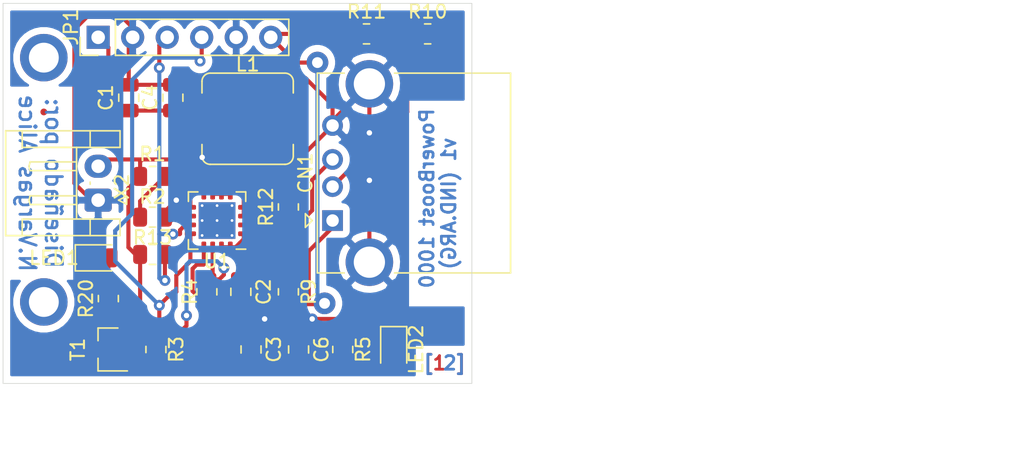
<source format=kicad_pcb>
(kicad_pcb (version 20171130) (host pcbnew 5.1.10-88a1d61d58~88~ubuntu18.04.1)

  (general
    (thickness 1.6)
    (drawings 15)
    (tracks 223)
    (zones 0)
    (modules 28)
    (nets 16)
  )

  (page A4)
  (title_block
    (title "PCB - Conversor DC/DC (Réplica)")
    (rev 1.0)
    (company "Nicolás Vargas Alice - Curso DCI")
    (comment 1 LGPL)
    (comment 2 "Circuito original: PowerBoost +1000")
  )

  (layers
    (0 F.Cu signal)
    (31 B.Cu signal)
    (32 B.Adhes user)
    (33 F.Adhes user)
    (34 B.Paste user)
    (35 F.Paste user)
    (36 B.SilkS user)
    (37 F.SilkS user)
    (38 B.Mask user)
    (39 F.Mask user)
    (40 Dwgs.User user)
    (41 Cmts.User user)
    (42 Eco1.User user)
    (43 Eco2.User user)
    (44 Edge.Cuts user)
    (45 Margin user)
    (46 B.CrtYd user)
    (47 F.CrtYd user)
    (48 B.Fab user)
    (49 F.Fab user)
  )

  (setup
    (last_trace_width 0.8)
    (user_trace_width 0.3)
    (user_trace_width 0.8)
    (user_trace_width 1)
    (trace_clearance 0.2)
    (zone_clearance 0.508)
    (zone_45_only no)
    (trace_min 0.2)
    (via_size 1.6)
    (via_drill 0.8)
    (via_min_size 0.4)
    (via_min_drill 0.3)
    (user_via 0.8 0.4)
    (user_via 1 0.5)
    (user_via 1.6 0.8)
    (user_via 1.8 1)
    (uvia_size 0.3)
    (uvia_drill 0.1)
    (uvias_allowed no)
    (uvia_min_size 0.2)
    (uvia_min_drill 0.1)
    (edge_width 0.05)
    (segment_width 0.2)
    (pcb_text_width 0.3)
    (pcb_text_size 1.5 1.5)
    (mod_edge_width 0.12)
    (mod_text_size 1 1)
    (mod_text_width 0.15)
    (pad_size 1.524 1.524)
    (pad_drill 0.762)
    (pad_to_mask_clearance 0)
    (aux_axis_origin 0 0)
    (visible_elements FFFFFF7F)
    (pcbplotparams
      (layerselection 0x01120_ffffffff)
      (usegerberextensions false)
      (usegerberattributes true)
      (usegerberadvancedattributes true)
      (creategerberjobfile true)
      (excludeedgelayer false)
      (linewidth 0.100000)
      (plotframeref false)
      (viasonmask false)
      (mode 1)
      (useauxorigin false)
      (hpglpennumber 1)
      (hpglpenspeed 20)
      (hpglpendiameter 15.000000)
      (psnegative false)
      (psa4output false)
      (plotreference true)
      (plotvalue true)
      (plotinvisibletext false)
      (padsonsilk false)
      (subtractmaskfromsilk false)
      (outputformat 1)
      (mirror false)
      (drillshape 0)
      (scaleselection 1)
      (outputdirectory "./Drills"))
  )

  (net 0 "")
  (net 1 GND)
  (net 2 +BATT)
  (net 3 +5V)
  (net 4 "Net-(CN1-Pad2)")
  (net 5 "Net-(CN1-Pad3)")
  (net 6 /ENABLE)
  (net 7 /LBO)
  (net 8 "Net-(L1-Pad2)")
  (net 9 "Net-(LED1-Pad2)")
  (net 10 "Net-(LED2-Pad2)")
  (net 11 "Net-(R1-Pad2)")
  (net 12 "Net-(R3-Pad2)")
  (net 13 "Net-(R20-Pad1)")
  (net 14 "Net-(U1-Pad2)")
  (net 15 "Net-(U1-Pad17)")

  (net_class Default "This is the default net class."
    (clearance 0.2)
    (trace_width 0.8)
    (via_dia 1.6)
    (via_drill 0.8)
    (uvia_dia 0.3)
    (uvia_drill 0.1)
    (add_net +5V)
    (add_net +BATT)
    (add_net /ENABLE)
    (add_net /LBO)
    (add_net GND)
    (add_net "Net-(CN1-Pad2)")
    (add_net "Net-(CN1-Pad3)")
    (add_net "Net-(L1-Pad2)")
    (add_net "Net-(LED1-Pad2)")
    (add_net "Net-(LED2-Pad2)")
    (add_net "Net-(R1-Pad2)")
    (add_net "Net-(R20-Pad1)")
    (add_net "Net-(R3-Pad2)")
    (add_net "Net-(U1-Pad17)")
    (add_net "Net-(U1-Pad2)")
  )

  (module LED_SMD:LED_0805_2012Metric (layer F.Cu) (tedit 5F68FEF1) (tstamp 614B6C1F)
    (at 87 117.25)
    (descr "LED SMD 0805 (2012 Metric), square (rectangular) end terminal, IPC_7351 nominal, (Body size source: https://docs.google.com/spreadsheets/d/1BsfQQcO9C6DZCsRaXUlFlo91Tg2WpOkGARC1WS5S8t0/edit?usp=sharing), generated with kicad-footprint-generator")
    (tags LED)
    (path /6134EDD4)
    (attr smd)
    (fp_text reference LED1 (at -3.25 0 180) (layer F.SilkS)
      (effects (font (size 1 1) (thickness 0.15)))
    )
    (fp_text value RED (at 0 1.65) (layer F.Fab)
      (effects (font (size 1 1) (thickness 0.15)))
    )
    (fp_line (start 1.68 0.95) (end -1.68 0.95) (layer F.CrtYd) (width 0.05))
    (fp_line (start 1.68 -0.95) (end 1.68 0.95) (layer F.CrtYd) (width 0.05))
    (fp_line (start -1.68 -0.95) (end 1.68 -0.95) (layer F.CrtYd) (width 0.05))
    (fp_line (start -1.68 0.95) (end -1.68 -0.95) (layer F.CrtYd) (width 0.05))
    (fp_line (start -1.685 0.96) (end 1 0.96) (layer F.SilkS) (width 0.12))
    (fp_line (start -1.685 -0.96) (end -1.685 0.96) (layer F.SilkS) (width 0.12))
    (fp_line (start 1 -0.96) (end -1.685 -0.96) (layer F.SilkS) (width 0.12))
    (fp_line (start 1 0.6) (end 1 -0.6) (layer F.Fab) (width 0.1))
    (fp_line (start -1 0.6) (end 1 0.6) (layer F.Fab) (width 0.1))
    (fp_line (start -1 -0.3) (end -1 0.6) (layer F.Fab) (width 0.1))
    (fp_line (start -0.7 -0.6) (end -1 -0.3) (layer F.Fab) (width 0.1))
    (fp_line (start 1 -0.6) (end -0.7 -0.6) (layer F.Fab) (width 0.1))
    (fp_text user %R (at 0 0) (layer F.Fab)
      (effects (font (size 0.5 0.5) (thickness 0.08)))
    )
    (pad 2 smd roundrect (at 0.9375 0) (size 0.975 1.4) (layers F.Cu F.Paste F.Mask) (roundrect_rratio 0.25)
      (net 9 "Net-(LED1-Pad2)"))
    (pad 1 smd roundrect (at -0.9375 0) (size 0.975 1.4) (layers F.Cu F.Paste F.Mask) (roundrect_rratio 0.25)
      (net 1 GND))
    (model ${KISYS3DMOD}/LED_SMD.3dshapes/LED_0805_2012Metric.wrl
      (at (xyz 0 0 0))
      (scale (xyz 1 1 1))
      (rotate (xyz 0 0 0))
    )
  )

  (module Resistor_SMD:R_0805_2012Metric (layer F.Cu) (tedit 5F68FEEE) (tstamp 6164E33A)
    (at 91 114.25)
    (descr "Resistor SMD 0805 (2012 Metric), square (rectangular) end terminal, IPC_7351 nominal, (Body size source: IPC-SM-782 page 72, https://www.pcb-3d.com/wordpress/wp-content/uploads/ipc-sm-782a_amendment_1_and_2.pdf), generated with kicad-footprint-generator")
    (tags resistor)
    (path /6134347B)
    (attr smd)
    (fp_text reference R2 (at 0 -1.5) (layer F.SilkS)
      (effects (font (size 1 1) (thickness 0.15)))
    )
    (fp_text value 340K (at 0 1.65) (layer F.Fab) hide
      (effects (font (size 1 1) (thickness 0.15)))
    )
    (fp_line (start 1.68 0.95) (end -1.68 0.95) (layer F.CrtYd) (width 0.05))
    (fp_line (start 1.68 -0.95) (end 1.68 0.95) (layer F.CrtYd) (width 0.05))
    (fp_line (start -1.68 -0.95) (end 1.68 -0.95) (layer F.CrtYd) (width 0.05))
    (fp_line (start -1.68 0.95) (end -1.68 -0.95) (layer F.CrtYd) (width 0.05))
    (fp_line (start -0.227064 0.735) (end 0.227064 0.735) (layer F.SilkS) (width 0.12))
    (fp_line (start -0.227064 -0.735) (end 0.227064 -0.735) (layer F.SilkS) (width 0.12))
    (fp_line (start 1 0.625) (end -1 0.625) (layer F.Fab) (width 0.1))
    (fp_line (start 1 -0.625) (end 1 0.625) (layer F.Fab) (width 0.1))
    (fp_line (start -1 -0.625) (end 1 -0.625) (layer F.Fab) (width 0.1))
    (fp_line (start -1 0.625) (end -1 -0.625) (layer F.Fab) (width 0.1))
    (fp_text user %R (at -0.095001 -1) (layer F.Fab)
      (effects (font (size 0.5 0.5) (thickness 0.08)))
    )
    (pad 2 smd roundrect (at 0.9125 0) (size 1.025 1.4) (layers F.Cu F.Paste F.Mask) (roundrect_rratio 0.2439004878048781)
      (net 1 GND))
    (pad 1 smd roundrect (at -0.9125 0) (size 1.025 1.4) (layers F.Cu F.Paste F.Mask) (roundrect_rratio 0.2439004878048781)
      (net 11 "Net-(R1-Pad2)"))
    (model ${KISYS3DMOD}/Resistor_SMD.3dshapes/R_0805_2012Metric.wrl
      (at (xyz 0 0 0))
      (scale (xyz 1 1 1))
      (rotate (xyz 0 0 0))
    )
  )

  (module MountingHole:MountingHole_2.2mm_M2_ISO7380_Pad_TopBottom (layer F.Cu) (tedit 56D1B4CB) (tstamp 614B6BC3)
    (at 83 102.5)
    (descr "Mounting Hole 2.2mm, M2, ISO7380")
    (tags "mounting hole 2.2mm m2 iso7380")
    (path /614923A7)
    (attr virtual)
    (fp_text reference H1 (at 0 -2.75) (layer F.SilkS) hide
      (effects (font (size 1 1) (thickness 0.15)))
    )
    (fp_text value MountingHole (at 0 2.75) (layer F.Fab) hide
      (effects (font (size 1 1) (thickness 0.15)))
    )
    (fp_circle (center 0 0) (end 1.75 0) (layer Cmts.User) (width 0.15))
    (fp_circle (center 0 0) (end 2 0) (layer F.CrtYd) (width 0.05))
    (fp_text user %R (at 0.3 0) (layer F.Fab)
      (effects (font (size 1 1) (thickness 0.15)))
    )
    (pad 1 thru_hole circle (at 0 0) (size 2.6 2.6) (drill 2.2) (layers *.Cu *.Mask))
    (pad 1 connect circle (at 0 0) (size 3.5 3.5) (layers F.Cu F.Mask))
    (pad 1 connect circle (at 0 0) (size 3.5 3.5) (layers B.Cu B.Mask))
  )

  (module Resistor_SMD:R_0805_2012Metric (layer F.Cu) (tedit 5F68FEEE) (tstamp 614B6C87)
    (at 105 124 90)
    (descr "Resistor SMD 0805 (2012 Metric), square (rectangular) end terminal, IPC_7351 nominal, (Body size source: IPC-SM-782 page 72, https://www.pcb-3d.com/wordpress/wp-content/uploads/ipc-sm-782a_amendment_1_and_2.pdf), generated with kicad-footprint-generator")
    (tags resistor)
    (path /613547B1)
    (attr smd)
    (fp_text reference R5 (at 0 1.5 90) (layer F.SilkS)
      (effects (font (size 1 1) (thickness 0.15)))
    )
    (fp_text value 1K (at 0 1.65 90) (layer F.Fab)
      (effects (font (size 1 1) (thickness 0.15)))
    )
    (fp_line (start -1 0.625) (end -1 -0.625) (layer F.Fab) (width 0.1))
    (fp_line (start -1 -0.625) (end 1 -0.625) (layer F.Fab) (width 0.1))
    (fp_line (start 1 -0.625) (end 1 0.625) (layer F.Fab) (width 0.1))
    (fp_line (start 1 0.625) (end -1 0.625) (layer F.Fab) (width 0.1))
    (fp_line (start -0.227064 -0.735) (end 0.227064 -0.735) (layer F.SilkS) (width 0.12))
    (fp_line (start -0.227064 0.735) (end 0.227064 0.735) (layer F.SilkS) (width 0.12))
    (fp_line (start -1.68 0.95) (end -1.68 -0.95) (layer F.CrtYd) (width 0.05))
    (fp_line (start -1.68 -0.95) (end 1.68 -0.95) (layer F.CrtYd) (width 0.05))
    (fp_line (start 1.68 -0.95) (end 1.68 0.95) (layer F.CrtYd) (width 0.05))
    (fp_line (start 1.68 0.95) (end -1.68 0.95) (layer F.CrtYd) (width 0.05))
    (fp_text user %R (at 0 0 90) (layer F.Fab)
      (effects (font (size 0.5 0.5) (thickness 0.08)))
    )
    (pad 1 smd roundrect (at -0.9125 0 90) (size 1.025 1.4) (layers F.Cu F.Paste F.Mask) (roundrect_rratio 0.2439004878048781)
      (net 10 "Net-(LED2-Pad2)"))
    (pad 2 smd roundrect (at 0.9125 0 90) (size 1.025 1.4) (layers F.Cu F.Paste F.Mask) (roundrect_rratio 0.2439004878048781)
      (net 3 +5V))
    (model ${KISYS3DMOD}/Resistor_SMD.3dshapes/R_0805_2012Metric.wrl
      (at (xyz 0 0 0))
      (scale (xyz 1 1 1))
      (rotate (xyz 0 0 0))
    )
  )

  (module Resistor_SMD:R_0805_2012Metric (layer F.Cu) (tedit 5F68FEEE) (tstamp 614B6C98)
    (at 101 119.75 90)
    (descr "Resistor SMD 0805 (2012 Metric), square (rectangular) end terminal, IPC_7351 nominal, (Body size source: IPC-SM-782 page 72, https://www.pcb-3d.com/wordpress/wp-content/uploads/ipc-sm-782a_amendment_1_and_2.pdf), generated with kicad-footprint-generator")
    (tags resistor)
    (path /61362BA7)
    (attr smd)
    (fp_text reference R9 (at 0 1.5 90) (layer F.SilkS)
      (effects (font (size 1 1) (thickness 0.15)))
    )
    (fp_text value 43K (at 0 1.65 90) (layer F.Fab)
      (effects (font (size 1 1) (thickness 0.15)))
    )
    (fp_line (start 1.68 0.95) (end -1.68 0.95) (layer F.CrtYd) (width 0.05))
    (fp_line (start 1.68 -0.95) (end 1.68 0.95) (layer F.CrtYd) (width 0.05))
    (fp_line (start -1.68 -0.95) (end 1.68 -0.95) (layer F.CrtYd) (width 0.05))
    (fp_line (start -1.68 0.95) (end -1.68 -0.95) (layer F.CrtYd) (width 0.05))
    (fp_line (start -0.227064 0.735) (end 0.227064 0.735) (layer F.SilkS) (width 0.12))
    (fp_line (start -0.227064 -0.735) (end 0.227064 -0.735) (layer F.SilkS) (width 0.12))
    (fp_line (start 1 0.625) (end -1 0.625) (layer F.Fab) (width 0.1))
    (fp_line (start 1 -0.625) (end 1 0.625) (layer F.Fab) (width 0.1))
    (fp_line (start -1 -0.625) (end 1 -0.625) (layer F.Fab) (width 0.1))
    (fp_line (start -1 0.625) (end -1 -0.625) (layer F.Fab) (width 0.1))
    (fp_text user %R (at 0 0 90) (layer F.Fab)
      (effects (font (size 0.5 0.5) (thickness 0.08)))
    )
    (pad 2 smd roundrect (at 0.9125 0 90) (size 1.025 1.4) (layers F.Cu F.Paste F.Mask) (roundrect_rratio 0.2439004878048781)
      (net 5 "Net-(CN1-Pad3)"))
    (pad 1 smd roundrect (at -0.9125 0 90) (size 1.025 1.4) (layers F.Cu F.Paste F.Mask) (roundrect_rratio 0.2439004878048781)
      (net 3 +5V))
    (model ${KISYS3DMOD}/Resistor_SMD.3dshapes/R_0805_2012Metric.wrl
      (at (xyz 0 0 0))
      (scale (xyz 1 1 1))
      (rotate (xyz 0 0 0))
    )
  )

  (module Resistor_SMD:R_0805_2012Metric (layer F.Cu) (tedit 5F68FEEE) (tstamp 6151E31E)
    (at 91 117)
    (descr "Resistor SMD 0805 (2012 Metric), square (rectangular) end terminal, IPC_7351 nominal, (Body size source: IPC-SM-782 page 72, https://www.pcb-3d.com/wordpress/wp-content/uploads/ipc-sm-782a_amendment_1_and_2.pdf), generated with kicad-footprint-generator")
    (tags resistor)
    (path /61344028)
    (attr smd)
    (fp_text reference R13 (at 0 -1.25) (layer F.SilkS)
      (effects (font (size 1 1) (thickness 0.15)))
    )
    (fp_text value 200K (at 0 1.65) (layer F.Fab)
      (effects (font (size 1 1) (thickness 0.15)))
    )
    (fp_line (start 1.68 0.95) (end -1.68 0.95) (layer F.CrtYd) (width 0.05))
    (fp_line (start 1.68 -0.95) (end 1.68 0.95) (layer F.CrtYd) (width 0.05))
    (fp_line (start -1.68 -0.95) (end 1.68 -0.95) (layer F.CrtYd) (width 0.05))
    (fp_line (start -1.68 0.95) (end -1.68 -0.95) (layer F.CrtYd) (width 0.05))
    (fp_line (start -0.227064 0.735) (end 0.227064 0.735) (layer F.SilkS) (width 0.12))
    (fp_line (start -0.227064 -0.735) (end 0.227064 -0.735) (layer F.SilkS) (width 0.12))
    (fp_line (start 1 0.625) (end -1 0.625) (layer F.Fab) (width 0.1))
    (fp_line (start 1 -0.625) (end 1 0.625) (layer F.Fab) (width 0.1))
    (fp_line (start -1 -0.625) (end 1 -0.625) (layer F.Fab) (width 0.1))
    (fp_line (start -1 0.625) (end -1 -0.625) (layer F.Fab) (width 0.1))
    (fp_text user %R (at 0 -1) (layer F.Fab)
      (effects (font (size 0.5 0.5) (thickness 0.08)))
    )
    (pad 2 smd roundrect (at 0.9125 0) (size 1.025 1.4) (layers F.Cu F.Paste F.Mask) (roundrect_rratio 0.2439004878048781)
      (net 6 /ENABLE))
    (pad 1 smd roundrect (at -0.9125 0) (size 1.025 1.4) (layers F.Cu F.Paste F.Mask) (roundrect_rratio 0.2439004878048781)
      (net 2 +BATT))
    (model ${KISYS3DMOD}/Resistor_SMD.3dshapes/R_0805_2012Metric.wrl
      (at (xyz 0 0 0))
      (scale (xyz 1 1 1))
      (rotate (xyz 0 0 0))
    )
  )

  (module Inductor_SMD:L_Sumida_CDMC6D28_7.25x6.5mm (layer F.Cu) (tedit 5D90D61A) (tstamp 614B6C0C)
    (at 98 107)
    (descr "SMD Power Inductor (http://products.sumida.com/products/pdf/CDMC6D28.pdf)")
    (tags "Inductor Sumida SMD CDMC6D28")
    (path /6134395D)
    (attr smd)
    (fp_text reference L1 (at 0 -4) (layer F.SilkS)
      (effects (font (size 1 1) (thickness 0.15)))
    )
    (fp_text value 6.8uH (at 0 4.3) (layer F.Fab) hide
      (effects (font (size 1 1) (thickness 0.15)))
    )
    (fp_line (start -2.75 -3.25) (end 2.75 -3.25) (layer F.Fab) (width 0.1))
    (fp_line (start 3.25 -2.75) (end 3.25 2.75) (layer F.Fab) (width 0.1))
    (fp_line (start 2.75 3.25) (end -2.75 3.25) (layer F.Fab) (width 0.1))
    (fp_line (start -3.25 2.75) (end -3.25 -2.75) (layer F.Fab) (width 0.1))
    (fp_line (start -3.5 -3.5) (end 3.5 -3.5) (layer F.CrtYd) (width 0.05))
    (fp_line (start 4.1 -1.95) (end 4.1 1.95) (layer F.CrtYd) (width 0.05))
    (fp_line (start 3.5 3.5) (end -3.5 3.5) (layer F.CrtYd) (width 0.05))
    (fp_line (start -4.1 1.95) (end -4.1 -1.95) (layer F.CrtYd) (width 0.05))
    (fp_line (start -3.36 -1.9) (end -3.36 -2.75) (layer F.SilkS) (width 0.12))
    (fp_line (start -2.75 -3.36) (end 2.75 -3.36) (layer F.SilkS) (width 0.12))
    (fp_line (start 3.36 -2.75) (end 3.36 -1.9) (layer F.SilkS) (width 0.12))
    (fp_line (start 3.36 1.9) (end 3.36 2.75) (layer F.SilkS) (width 0.12))
    (fp_line (start -3.36 2.75) (end -3.36 1.9) (layer F.SilkS) (width 0.12))
    (fp_line (start 2.75 3.36) (end -2.75 3.36) (layer F.SilkS) (width 0.12))
    (fp_line (start -4.1 -1.95) (end -3.5 -1.95) (layer F.CrtYd) (width 0.05))
    (fp_line (start -3.5 -1.95) (end -3.5 -3.5) (layer F.CrtYd) (width 0.05))
    (fp_line (start 3.5 -1.95) (end 4.1 -1.95) (layer F.CrtYd) (width 0.05))
    (fp_line (start 3.5 -3.5) (end 3.5 -1.95) (layer F.CrtYd) (width 0.05))
    (fp_line (start 4.1 1.95) (end 3.5 1.95) (layer F.CrtYd) (width 0.05))
    (fp_line (start -3.5 1.95) (end -4.1 1.95) (layer F.CrtYd) (width 0.05))
    (fp_line (start 3.5 1.95) (end 3.5 3.5) (layer F.CrtYd) (width 0.05))
    (fp_line (start -3.5 3.5) (end -3.5 1.95) (layer F.CrtYd) (width 0.05))
    (fp_arc (start -2.75 -2.75) (end -2.75 -3.25) (angle -90) (layer F.Fab) (width 0.1))
    (fp_arc (start 2.75 -2.75) (end 3.25 -2.75) (angle -90) (layer F.Fab) (width 0.1))
    (fp_arc (start -2.75 2.75) (end -3.25 2.75) (angle -90) (layer F.Fab) (width 0.1))
    (fp_arc (start 2.75 2.75) (end 2.75 3.25) (angle -90) (layer F.Fab) (width 0.1))
    (fp_arc (start -2.75 -2.75) (end -2.75 -3.36) (angle -90) (layer F.SilkS) (width 0.12))
    (fp_arc (start 2.75 -2.75) (end 3.36 -2.75) (angle -90) (layer F.SilkS) (width 0.12))
    (fp_arc (start -2.75 2.75) (end -3.36 2.75) (angle -90) (layer F.SilkS) (width 0.12))
    (fp_arc (start 2.75 2.75) (end 2.75 3.36) (angle -90) (layer F.SilkS) (width 0.12))
    (fp_text user %R (at 0 -1) (layer F.Fab)
      (effects (font (size 1 1) (thickness 0.15)))
    )
    (pad 1 smd rect (at -2.85 0) (size 2 3.4) (layers F.Cu F.Paste F.Mask)
      (net 2 +BATT))
    (pad 2 smd rect (at 2.85 0) (size 2 3.4) (layers F.Cu F.Paste F.Mask)
      (net 8 "Net-(L1-Pad2)"))
    (model ${KISYS3DMOD}/Inductor_SMD.3dshapes/L_Sumida_CDMC6D28_7.25x6.5mm.wrl
      (at (xyz 0 0 0))
      (scale (xyz 1 1 1))
      (rotate (xyz 0 0 0))
    )
    (model /home/nicolas/Descargas/vishay-ihlp2525-inductor-1.snapshot.4/IHLP2525.PNG
      (at (xyz 0 0 0))
      (scale (xyz 1 1 1))
      (rotate (xyz 0 0 0))
    )
    (model /home/nicolas/Descargas/vishay-ihlp2525-inductor-1.snapshot.4/IHLP2525.step
      (at (xyz 0 0 0))
      (scale (xyz 1 1 1))
      (rotate (xyz 0 0 0))
    )
  )

  (module Resistor_SMD:R_0805_2012Metric (layer F.Cu) (tedit 5F68FEEE) (tstamp 614B6C76)
    (at 95 119.75 270)
    (descr "Resistor SMD 0805 (2012 Metric), square (rectangular) end terminal, IPC_7351 nominal, (Body size source: IPC-SM-782 page 72, https://www.pcb-3d.com/wordpress/wp-content/uploads/ipc-sm-782a_amendment_1_and_2.pdf), generated with kicad-footprint-generator")
    (tags resistor)
    (path /61348420)
    (attr smd)
    (fp_text reference R4 (at 0 1.25 90) (layer F.SilkS)
      (effects (font (size 1 1) (thickness 0.15)))
    )
    (fp_text value 200K (at 0 1.65 90) (layer F.Fab)
      (effects (font (size 1 1) (thickness 0.15)))
    )
    (fp_line (start -1 0.625) (end -1 -0.625) (layer F.Fab) (width 0.1))
    (fp_line (start -1 -0.625) (end 1 -0.625) (layer F.Fab) (width 0.1))
    (fp_line (start 1 -0.625) (end 1 0.625) (layer F.Fab) (width 0.1))
    (fp_line (start 1 0.625) (end -1 0.625) (layer F.Fab) (width 0.1))
    (fp_line (start -0.227064 -0.735) (end 0.227064 -0.735) (layer F.SilkS) (width 0.12))
    (fp_line (start -0.227064 0.735) (end 0.227064 0.735) (layer F.SilkS) (width 0.12))
    (fp_line (start -1.68 0.95) (end -1.68 -0.95) (layer F.CrtYd) (width 0.05))
    (fp_line (start -1.68 -0.95) (end 1.68 -0.95) (layer F.CrtYd) (width 0.05))
    (fp_line (start 1.68 -0.95) (end 1.68 0.95) (layer F.CrtYd) (width 0.05))
    (fp_line (start 1.68 0.95) (end -1.68 0.95) (layer F.CrtYd) (width 0.05))
    (fp_text user %R (at 0 0 90) (layer F.Fab)
      (effects (font (size 0.5 0.5) (thickness 0.08)))
    )
    (pad 1 smd roundrect (at -0.9125 0 270) (size 1.025 1.4) (layers F.Cu F.Paste F.Mask) (roundrect_rratio 0.2439004878048781)
      (net 12 "Net-(R3-Pad2)"))
    (pad 2 smd roundrect (at 0.9125 0 270) (size 1.025 1.4) (layers F.Cu F.Paste F.Mask) (roundrect_rratio 0.2439004878048781)
      (net 1 GND))
    (model ${KISYS3DMOD}/Resistor_SMD.3dshapes/R_0805_2012Metric.wrl
      (at (xyz 0 0 0))
      (scale (xyz 1 1 1))
      (rotate (xyz 0 0 0))
    )
  )

  (module Capacitor_SMD:C_0805_2012Metric (layer F.Cu) (tedit 5F68FEEE) (tstamp 614B6B62)
    (at 98.25 124 270)
    (descr "Capacitor SMD 0805 (2012 Metric), square (rectangular) end terminal, IPC_7351 nominal, (Body size source: IPC-SM-782 page 76, https://www.pcb-3d.com/wordpress/wp-content/uploads/ipc-sm-782a_amendment_1_and_2.pdf, https://docs.google.com/spreadsheets/d/1BsfQQcO9C6DZCsRaXUlFlo91Tg2WpOkGARC1WS5S8t0/edit?usp=sharing), generated with kicad-footprint-generator")
    (tags capacitor)
    (path /61358088)
    (attr smd)
    (fp_text reference C3 (at 0 -1.68 90) (layer F.SilkS)
      (effects (font (size 1 1) (thickness 0.15)))
    )
    (fp_text value 100uF (at 0 1.68 90) (layer F.Fab)
      (effects (font (size 1 1) (thickness 0.15)))
    )
    (fp_line (start -1 0.625) (end -1 -0.625) (layer F.Fab) (width 0.1))
    (fp_line (start -1 -0.625) (end 1 -0.625) (layer F.Fab) (width 0.1))
    (fp_line (start 1 -0.625) (end 1 0.625) (layer F.Fab) (width 0.1))
    (fp_line (start 1 0.625) (end -1 0.625) (layer F.Fab) (width 0.1))
    (fp_line (start -0.261252 -0.735) (end 0.261252 -0.735) (layer F.SilkS) (width 0.12))
    (fp_line (start -0.261252 0.735) (end 0.261252 0.735) (layer F.SilkS) (width 0.12))
    (fp_line (start -1.7 0.98) (end -1.7 -0.98) (layer F.CrtYd) (width 0.05))
    (fp_line (start -1.7 -0.98) (end 1.7 -0.98) (layer F.CrtYd) (width 0.05))
    (fp_line (start 1.7 -0.98) (end 1.7 0.98) (layer F.CrtYd) (width 0.05))
    (fp_line (start 1.7 0.98) (end -1.7 0.98) (layer F.CrtYd) (width 0.05))
    (fp_text user %R (at 0 0 90) (layer F.Fab)
      (effects (font (size 0.5 0.5) (thickness 0.08)))
    )
    (pad 1 smd roundrect (at -0.95 0 270) (size 1 1.45) (layers F.Cu F.Paste F.Mask) (roundrect_rratio 0.25)
      (net 3 +5V))
    (pad 2 smd roundrect (at 0.95 0 270) (size 1 1.45) (layers F.Cu F.Paste F.Mask) (roundrect_rratio 0.25)
      (net 1 GND))
    (model ${KISYS3DMOD}/Capacitor_SMD.3dshapes/C_0805_2012Metric.wrl
      (at (xyz 0 0 0))
      (scale (xyz 1 1 1))
      (rotate (xyz 0 0 0))
    )
  )

  (module Resistor_SMD:R_0805_2012Metric (layer F.Cu) (tedit 5F68FEEE) (tstamp 614B6C65)
    (at 91.25 124 90)
    (descr "Resistor SMD 0805 (2012 Metric), square (rectangular) end terminal, IPC_7351 nominal, (Body size source: IPC-SM-782 page 72, https://www.pcb-3d.com/wordpress/wp-content/uploads/ipc-sm-782a_amendment_1_and_2.pdf), generated with kicad-footprint-generator")
    (tags resistor)
    (path /61347F95)
    (attr smd)
    (fp_text reference R3 (at 0 1.5 90) (layer F.SilkS)
      (effects (font (size 1 1) (thickness 0.15)))
    )
    (fp_text value 1.87M (at 0 1.65 90) (layer F.Fab) hide
      (effects (font (size 0.5 0.5) (thickness 0.125)))
    )
    (fp_line (start 1.68 0.95) (end -1.68 0.95) (layer F.CrtYd) (width 0.05))
    (fp_line (start 1.68 -0.95) (end 1.68 0.95) (layer F.CrtYd) (width 0.05))
    (fp_line (start -1.68 -0.95) (end 1.68 -0.95) (layer F.CrtYd) (width 0.05))
    (fp_line (start -1.68 0.95) (end -1.68 -0.95) (layer F.CrtYd) (width 0.05))
    (fp_line (start -0.227064 0.735) (end 0.227064 0.735) (layer F.SilkS) (width 0.12))
    (fp_line (start -0.227064 -0.735) (end 0.227064 -0.735) (layer F.SilkS) (width 0.12))
    (fp_line (start 1 0.625) (end -1 0.625) (layer F.Fab) (width 0.1))
    (fp_line (start 1 -0.625) (end 1 0.625) (layer F.Fab) (width 0.1))
    (fp_line (start -1 -0.625) (end 1 -0.625) (layer F.Fab) (width 0.1))
    (fp_line (start -1 0.625) (end -1 -0.625) (layer F.Fab) (width 0.1))
    (fp_text user %R (at 0 0 90) (layer F.Fab)
      (effects (font (size 0.5 0.5) (thickness 0.08)))
    )
    (pad 2 smd roundrect (at 0.9125 0 90) (size 1.025 1.4) (layers F.Cu F.Paste F.Mask) (roundrect_rratio 0.2439004878048781)
      (net 12 "Net-(R3-Pad2)"))
    (pad 1 smd roundrect (at -0.9125 0 90) (size 1.025 1.4) (layers F.Cu F.Paste F.Mask) (roundrect_rratio 0.2439004878048781)
      (net 3 +5V))
    (model ${KISYS3DMOD}/Resistor_SMD.3dshapes/R_0805_2012Metric.wrl
      (at (xyz 0 0 0))
      (scale (xyz 1 1 1))
      (rotate (xyz 0 0 0))
    )
  )

  (module Package_TO_SOT_SMD:SOT-23 (layer F.Cu) (tedit 5A02FF57) (tstamp 614B6D02)
    (at 87.75 124 180)
    (descr "SOT-23, Standard")
    (tags SOT-23)
    (path /613535EA)
    (attr smd)
    (fp_text reference T1 (at 2.25 0 90) (layer F.SilkS)
      (effects (font (size 1 1) (thickness 0.15)))
    )
    (fp_text value MMUN2133LT1G (at 0 2.5) (layer F.Fab)
      (effects (font (size 1 1) (thickness 0.15)))
    )
    (fp_line (start -0.7 -0.95) (end -0.7 1.5) (layer F.Fab) (width 0.1))
    (fp_line (start -0.15 -1.52) (end 0.7 -1.52) (layer F.Fab) (width 0.1))
    (fp_line (start -0.7 -0.95) (end -0.15 -1.52) (layer F.Fab) (width 0.1))
    (fp_line (start 0.7 -1.52) (end 0.7 1.52) (layer F.Fab) (width 0.1))
    (fp_line (start -0.7 1.52) (end 0.7 1.52) (layer F.Fab) (width 0.1))
    (fp_line (start 0.76 1.58) (end 0.76 0.65) (layer F.SilkS) (width 0.12))
    (fp_line (start 0.76 -1.58) (end 0.76 -0.65) (layer F.SilkS) (width 0.12))
    (fp_line (start -1.7 -1.75) (end 1.7 -1.75) (layer F.CrtYd) (width 0.05))
    (fp_line (start 1.7 -1.75) (end 1.7 1.75) (layer F.CrtYd) (width 0.05))
    (fp_line (start 1.7 1.75) (end -1.7 1.75) (layer F.CrtYd) (width 0.05))
    (fp_line (start -1.7 1.75) (end -1.7 -1.75) (layer F.CrtYd) (width 0.05))
    (fp_line (start 0.76 -1.58) (end -1.4 -1.58) (layer F.SilkS) (width 0.12))
    (fp_line (start 0.76 1.58) (end -0.7 1.58) (layer F.SilkS) (width 0.12))
    (fp_text user %R (at 0 0 90) (layer F.Fab)
      (effects (font (size 0.5 0.5) (thickness 0.075)))
    )
    (pad 1 smd rect (at -1 -0.95 180) (size 0.9 0.8) (layers F.Cu F.Paste F.Mask)
      (net 7 /LBO))
    (pad 2 smd rect (at -1 0.95 180) (size 0.9 0.8) (layers F.Cu F.Paste F.Mask)
      (net 2 +BATT))
    (pad 3 smd rect (at 1 0 180) (size 0.9 0.8) (layers F.Cu F.Paste F.Mask)
      (net 13 "Net-(R20-Pad1)"))
    (model ${KISYS3DMOD}/Package_TO_SOT_SMD.3dshapes/SOT-23.wrl
      (at (xyz 0 0 0))
      (scale (xyz 1 1 1))
      (rotate (xyz 0 0 0))
    )
  )

  (module Package_DFN_QFN:Texas_S-PVQFN-N16_EP2.7x2.7mm_ThermalVias (layer F.Cu) (tedit 5E11FE4E) (tstamp 6151E1AE)
    (at 95.75 114.5 180)
    (descr "QFN, 16 Pin (http://www.ti.com/lit/ds/symlink/msp430g2001.pdf#page=43), generated with kicad-footprint-generator ipc_noLead_generator.py")
    (tags "QFN NoLead")
    (path /6133D30B)
    (attr smd)
    (fp_text reference U1 (at 0 -3) (layer F.SilkS)
      (effects (font (size 1 1) (thickness 0.15)))
    )
    (fp_text value TPS61090 (at 0 3.32) (layer F.Fab) hide
      (effects (font (size 1 1) (thickness 0.15)))
    )
    (fp_line (start 1.41 -2.11) (end 2.11 -2.11) (layer F.SilkS) (width 0.12))
    (fp_line (start 2.11 -2.11) (end 2.11 -1.41) (layer F.SilkS) (width 0.12))
    (fp_line (start -1.41 2.11) (end -2.11 2.11) (layer F.SilkS) (width 0.12))
    (fp_line (start -2.11 2.11) (end -2.11 1.41) (layer F.SilkS) (width 0.12))
    (fp_line (start 1.41 2.11) (end 2.11 2.11) (layer F.SilkS) (width 0.12))
    (fp_line (start 2.11 2.11) (end 2.11 1.41) (layer F.SilkS) (width 0.12))
    (fp_line (start -1.41 -2.11) (end -2.11 -2.11) (layer F.SilkS) (width 0.12))
    (fp_line (start -1 -2) (end 2 -2) (layer F.Fab) (width 0.1))
    (fp_line (start 2 -2) (end 2 2) (layer F.Fab) (width 0.1))
    (fp_line (start 2 2) (end -2 2) (layer F.Fab) (width 0.1))
    (fp_line (start -2 2) (end -2 -1) (layer F.Fab) (width 0.1))
    (fp_line (start -2 -1) (end -1 -2) (layer F.Fab) (width 0.1))
    (fp_line (start -2.62 -2.62) (end -2.62 2.62) (layer F.CrtYd) (width 0.05))
    (fp_line (start -2.62 2.62) (end 2.62 2.62) (layer F.CrtYd) (width 0.05))
    (fp_line (start 2.62 2.62) (end 2.62 -2.62) (layer F.CrtYd) (width 0.05))
    (fp_line (start 2.62 -2.62) (end -2.62 -2.62) (layer F.CrtYd) (width 0.05))
    (fp_text user %R (at 0 0) (layer F.Fab)
      (effects (font (size 1 1) (thickness 0.15)))
    )
    (pad 1 smd roundrect (at -1.9625 -0.975 180) (size 0.825 0.35) (layers F.Cu F.Paste F.Mask) (roundrect_rratio 0.25)
      (net 3 +5V))
    (pad 2 smd roundrect (at -1.9625 -0.325 180) (size 0.825 0.35) (layers F.Cu F.Paste F.Mask) (roundrect_rratio 0.25)
      (net 14 "Net-(U1-Pad2)"))
    (pad 3 smd roundrect (at -1.9625 0.325 180) (size 0.825 0.35) (layers F.Cu F.Paste F.Mask) (roundrect_rratio 0.25)
      (net 8 "Net-(L1-Pad2)"))
    (pad 4 smd roundrect (at -1.9625 0.975 180) (size 0.825 0.35) (layers F.Cu F.Paste F.Mask) (roundrect_rratio 0.25)
      (net 8 "Net-(L1-Pad2)"))
    (pad 5 smd roundrect (at -0.975 1.9625 180) (size 0.35 0.825) (layers F.Cu F.Paste F.Mask) (roundrect_rratio 0.25)
      (net 1 GND))
    (pad 6 smd roundrect (at -0.325 1.9625 180) (size 0.35 0.825) (layers F.Cu F.Paste F.Mask) (roundrect_rratio 0.25)
      (net 1 GND))
    (pad 7 smd roundrect (at 0.325 1.9625 180) (size 0.35 0.825) (layers F.Cu F.Paste F.Mask) (roundrect_rratio 0.25)
      (net 1 GND))
    (pad 8 smd roundrect (at 0.975 1.9625 180) (size 0.35 0.825) (layers F.Cu F.Paste F.Mask) (roundrect_rratio 0.25)
      (net 2 +BATT))
    (pad 9 smd roundrect (at 1.9625 0.975 180) (size 0.825 0.35) (layers F.Cu F.Paste F.Mask) (roundrect_rratio 0.25)
      (net 11 "Net-(R1-Pad2)"))
    (pad 10 smd roundrect (at 1.9625 0.325 180) (size 0.825 0.35) (layers F.Cu F.Paste F.Mask) (roundrect_rratio 0.25)
      (net 1 GND))
    (pad 11 smd roundrect (at 1.9625 -0.325 180) (size 0.825 0.35) (layers F.Cu F.Paste F.Mask) (roundrect_rratio 0.25)
      (net 6 /ENABLE))
    (pad 12 smd roundrect (at 1.9625 -0.975 180) (size 0.825 0.35) (layers F.Cu F.Paste F.Mask) (roundrect_rratio 0.25)
      (net 7 /LBO))
    (pad 13 smd roundrect (at 0.975 -1.9625 180) (size 0.35 0.825) (layers F.Cu F.Paste F.Mask) (roundrect_rratio 0.25)
      (net 1 GND))
    (pad 14 smd roundrect (at 0.325 -1.9625 180) (size 0.35 0.825) (layers F.Cu F.Paste F.Mask) (roundrect_rratio 0.25)
      (net 12 "Net-(R3-Pad2)"))
    (pad 15 smd roundrect (at -0.325 -1.9625 180) (size 0.35 0.825) (layers F.Cu F.Paste F.Mask) (roundrect_rratio 0.25)
      (net 3 +5V))
    (pad 16 smd roundrect (at -0.975 -1.9625 180) (size 0.35 0.825) (layers F.Cu F.Paste F.Mask) (roundrect_rratio 0.25)
      (net 3 +5V))
    (pad 17 smd rect (at 0 0 180) (size 2.7 2.7) (layers F.Cu F.Mask)
      (net 15 "Net-(U1-Pad17)"))
    (pad 17 thru_hole circle (at -1.1 -1.1 180) (size 0.5 0.5) (drill 0.2) (layers *.Cu)
      (net 15 "Net-(U1-Pad17)"))
    (pad 17 thru_hole circle (at 0 -1.1 180) (size 0.5 0.5) (drill 0.2) (layers *.Cu)
      (net 15 "Net-(U1-Pad17)"))
    (pad 17 thru_hole circle (at 1.1 -1.1 180) (size 0.5 0.5) (drill 0.2) (layers *.Cu)
      (net 15 "Net-(U1-Pad17)"))
    (pad 17 thru_hole circle (at -1.1 0 180) (size 0.5 0.5) (drill 0.2) (layers *.Cu)
      (net 15 "Net-(U1-Pad17)"))
    (pad 17 thru_hole circle (at 0 0 180) (size 0.5 0.5) (drill 0.2) (layers *.Cu)
      (net 15 "Net-(U1-Pad17)"))
    (pad 17 thru_hole circle (at 1.1 0 180) (size 0.5 0.5) (drill 0.2) (layers *.Cu)
      (net 15 "Net-(U1-Pad17)"))
    (pad 17 thru_hole circle (at -1.1 1.1 180) (size 0.5 0.5) (drill 0.2) (layers *.Cu)
      (net 15 "Net-(U1-Pad17)"))
    (pad 17 thru_hole circle (at 0 1.1 180) (size 0.5 0.5) (drill 0.2) (layers *.Cu)
      (net 15 "Net-(U1-Pad17)"))
    (pad 17 thru_hole circle (at 1.1 1.1 180) (size 0.5 0.5) (drill 0.2) (layers *.Cu)
      (net 15 "Net-(U1-Pad17)"))
    (pad 17 smd rect (at 0 0 180) (size 2.7 2.7) (layers B.Cu)
      (net 15 "Net-(U1-Pad17)"))
    (pad "" smd roundrect (at -0.55 -0.55 180) (size 0.954594 0.954594) (layers F.Paste) (roundrect_rratio 0.2499994762171143))
    (pad "" smd roundrect (at -0.55 0.55 180) (size 0.954594 0.954594) (layers F.Paste) (roundrect_rratio 0.2499994762171143))
    (pad "" smd roundrect (at 0.55 -0.55 180) (size 0.954594 0.954594) (layers F.Paste) (roundrect_rratio 0.2499994762171143))
    (pad "" smd roundrect (at 0.55 0.55 180) (size 0.954594 0.954594) (layers F.Paste) (roundrect_rratio 0.2499994762171143))
    (model ${KISYS3DMOD}/Package_DFN_QFN.3dshapes/Texas_S-PVQFN-N16_EP2.7x2.7mm.wrl
      (at (xyz 0 0 0))
      (scale (xyz 1 1 1))
      (rotate (xyz 0 0 0))
    )
  )

  (module Connector_JST:JST_EH_S2B-EH_1x02_P2.50mm_Horizontal (layer F.Cu) (tedit 5C281425) (tstamp 614B6D69)
    (at 87 113 90)
    (descr "JST EH series connector, S2B-EH (http://www.jst-mfg.com/product/pdf/eng/eEH.pdf), generated with kicad-footprint-generator")
    (tags "connector JST EH horizontal")
    (path /6133E963)
    (fp_text reference X2 (at 1 1.75 90) (layer F.SilkS)
      (effects (font (size 1 1) (thickness 0.15)))
    )
    (fp_text value 3.5mm (at 1.25 2.7 90) (layer F.Fab) hide
      (effects (font (size 1 1) (thickness 0.15)))
    )
    (fp_line (start -1.5 -0.7) (end -1.5 1.5) (layer F.Fab) (width 0.1))
    (fp_line (start -1.5 1.5) (end -2.5 1.5) (layer F.Fab) (width 0.1))
    (fp_line (start -2.5 1.5) (end -2.5 -6.7) (layer F.Fab) (width 0.1))
    (fp_line (start -2.5 -6.7) (end 5 -6.7) (layer F.Fab) (width 0.1))
    (fp_line (start 5 -6.7) (end 5 1.5) (layer F.Fab) (width 0.1))
    (fp_line (start 5 1.5) (end 4 1.5) (layer F.Fab) (width 0.1))
    (fp_line (start 4 1.5) (end 4 -0.7) (layer F.Fab) (width 0.1))
    (fp_line (start 4 -0.7) (end -1.5 -0.7) (layer F.Fab) (width 0.1))
    (fp_line (start -3 -7.2) (end -3 2) (layer F.CrtYd) (width 0.05))
    (fp_line (start -3 2) (end 5.5 2) (layer F.CrtYd) (width 0.05))
    (fp_line (start 5.5 2) (end 5.5 -7.2) (layer F.CrtYd) (width 0.05))
    (fp_line (start 5.5 -7.2) (end -3 -7.2) (layer F.CrtYd) (width 0.05))
    (fp_line (start -1.39 -0.59) (end -1.39 1.61) (layer F.SilkS) (width 0.12))
    (fp_line (start -1.39 1.61) (end -2.61 1.61) (layer F.SilkS) (width 0.12))
    (fp_line (start -2.61 1.61) (end -2.61 -6.81) (layer F.SilkS) (width 0.12))
    (fp_line (start -2.61 -6.81) (end 5.11 -6.81) (layer F.SilkS) (width 0.12))
    (fp_line (start 5.11 -6.81) (end 5.11 1.61) (layer F.SilkS) (width 0.12))
    (fp_line (start 5.11 1.61) (end 3.89 1.61) (layer F.SilkS) (width 0.12))
    (fp_line (start 3.89 1.61) (end 3.89 -0.59) (layer F.SilkS) (width 0.12))
    (fp_line (start -2.61 -5.59) (end -1.39 -5.59) (layer F.SilkS) (width 0.12))
    (fp_line (start -1.39 -5.59) (end -1.39 -0.59) (layer F.SilkS) (width 0.12))
    (fp_line (start -1.39 -0.59) (end -2.61 -0.59) (layer F.SilkS) (width 0.12))
    (fp_line (start 5.11 -5.59) (end 3.89 -5.59) (layer F.SilkS) (width 0.12))
    (fp_line (start 3.89 -5.59) (end 3.89 -0.59) (layer F.SilkS) (width 0.12))
    (fp_line (start 3.89 -0.59) (end 5.11 -0.59) (layer F.SilkS) (width 0.12))
    (fp_line (start -1.39 -1.59) (end 3.89 -1.59) (layer F.SilkS) (width 0.12))
    (fp_line (start 0 -1.59) (end -0.32 -1.59) (layer F.SilkS) (width 0.12))
    (fp_line (start -0.32 -1.59) (end -0.32 -5.01) (layer F.SilkS) (width 0.12))
    (fp_line (start -0.32 -5.01) (end 0 -5.09) (layer F.SilkS) (width 0.12))
    (fp_line (start 0 -5.09) (end 0.32 -5.01) (layer F.SilkS) (width 0.12))
    (fp_line (start 0.32 -5.01) (end 0.32 -1.59) (layer F.SilkS) (width 0.12))
    (fp_line (start 0.32 -1.59) (end 0 -1.59) (layer F.SilkS) (width 0.12))
    (fp_line (start 1.17 -0.59) (end 1.33 -0.59) (layer F.SilkS) (width 0.12))
    (fp_line (start 2.5 -1.59) (end 2.18 -1.59) (layer F.SilkS) (width 0.12))
    (fp_line (start 2.18 -1.59) (end 2.18 -5.01) (layer F.SilkS) (width 0.12))
    (fp_line (start 2.18 -5.01) (end 2.5 -5.09) (layer F.SilkS) (width 0.12))
    (fp_line (start 2.5 -5.09) (end 2.82 -5.01) (layer F.SilkS) (width 0.12))
    (fp_line (start 2.82 -5.01) (end 2.82 -1.59) (layer F.SilkS) (width 0.12))
    (fp_line (start 2.82 -1.59) (end 2.5 -1.59) (layer F.SilkS) (width 0.12))
    (fp_line (start 0 1.5) (end -0.3 2.1) (layer F.SilkS) (width 0.12))
    (fp_line (start -0.3 2.1) (end 0.3 2.1) (layer F.SilkS) (width 0.12))
    (fp_line (start 0.3 2.1) (end 0 1.5) (layer F.SilkS) (width 0.12))
    (fp_line (start -0.5 -0.7) (end 0 -1.407107) (layer F.Fab) (width 0.1))
    (fp_line (start 0 -1.407107) (end 0.5 -0.7) (layer F.Fab) (width 0.1))
    (fp_text user %R (at 1.25 -2.6 90) (layer F.Fab)
      (effects (font (size 1 1) (thickness 0.15)))
    )
    (pad 1 thru_hole roundrect (at 0 0 90) (size 1.7 2) (drill 1) (layers *.Cu *.Mask) (roundrect_rratio 0.1470588235294118)
      (net 1 GND))
    (pad 2 thru_hole oval (at 2.5 0 90) (size 1.7 2) (drill 1) (layers *.Cu *.Mask)
      (net 2 +BATT))
    (model ${KISYS3DMOD}/Connector_JST.3dshapes/JST_EH_S2B-EH_1x02_P2.50mm_Horizontal.wrl
      (at (xyz 0 0 0))
      (scale (xyz 1 1 1))
      (rotate (xyz 0 0 0))
    )
  )

  (module MountingHole:MountingHole_2.2mm_M2_ISO7380_Pad_TopBottom (layer F.Cu) (tedit 56D1B4CB) (tstamp 614B6BCD)
    (at 83 120.5)
    (descr "Mounting Hole 2.2mm, M2, ISO7380")
    (tags "mounting hole 2.2mm m2 iso7380")
    (path /61495286)
    (attr virtual)
    (fp_text reference H2 (at 0 -2.75) (layer F.SilkS) hide
      (effects (font (size 1 1) (thickness 0.15)))
    )
    (fp_text value MountingHole (at 0 2.75) (layer F.Fab) hide
      (effects (font (size 1 1) (thickness 0.15)))
    )
    (fp_circle (center 0 0) (end 2 0) (layer F.CrtYd) (width 0.05))
    (fp_circle (center 0 0) (end 1.75 0) (layer Cmts.User) (width 0.15))
    (fp_text user %R (at 0 0) (layer F.Fab)
      (effects (font (size 1 1) (thickness 0.15)))
    )
    (pad 1 connect circle (at 0 0) (size 3.5 3.5) (layers B.Cu B.Mask))
    (pad 1 connect circle (at 0 0) (size 3.5 3.5) (layers F.Cu F.Mask))
    (pad 1 thru_hole circle (at 0 0) (size 2.6 2.6) (drill 2.2) (layers *.Cu *.Mask))
  )

  (module Connector_PinHeader_2.54mm:PinHeader_1x06_P2.54mm_Vertical (layer F.Cu) (tedit 59FED5CC) (tstamp 6164CEE8)
    (at 87 101 90)
    (descr "Through hole straight pin header, 1x06, 2.54mm pitch, single row")
    (tags "Through hole pin header THT 1x06 2.54mm single row")
    (path /6134733A)
    (fp_text reference JP1 (at 0.75 -2 90) (layer F.SilkS)
      (effects (font (size 1 1) (thickness 0.15)))
    )
    (fp_text value Conn_01x06 (at 0 15.03 90) (layer F.Fab) hide
      (effects (font (size 1 1) (thickness 0.15)))
    )
    (fp_line (start -0.635 -1.27) (end 1.27 -1.27) (layer F.Fab) (width 0.1))
    (fp_line (start 1.27 -1.27) (end 1.27 13.97) (layer F.Fab) (width 0.1))
    (fp_line (start 1.27 13.97) (end -1.27 13.97) (layer F.Fab) (width 0.1))
    (fp_line (start -1.27 13.97) (end -1.27 -0.635) (layer F.Fab) (width 0.1))
    (fp_line (start -1.27 -0.635) (end -0.635 -1.27) (layer F.Fab) (width 0.1))
    (fp_line (start -1.33 14.03) (end 1.33 14.03) (layer F.SilkS) (width 0.12))
    (fp_line (start -1.33 1.27) (end -1.33 14.03) (layer F.SilkS) (width 0.12))
    (fp_line (start 1.33 1.27) (end 1.33 14.03) (layer F.SilkS) (width 0.12))
    (fp_line (start -1.33 1.27) (end 1.33 1.27) (layer F.SilkS) (width 0.12))
    (fp_line (start -1.33 0) (end -1.33 -1.33) (layer F.SilkS) (width 0.12))
    (fp_line (start -1.33 -1.33) (end 0 -1.33) (layer F.SilkS) (width 0.12))
    (fp_line (start -1.8 -1.8) (end -1.8 14.5) (layer F.CrtYd) (width 0.05))
    (fp_line (start -1.8 14.5) (end 1.8 14.5) (layer F.CrtYd) (width 0.05))
    (fp_line (start 1.8 14.5) (end 1.8 -1.8) (layer F.CrtYd) (width 0.05))
    (fp_line (start 1.8 -1.8) (end -1.8 -1.8) (layer F.CrtYd) (width 0.05))
    (fp_text user %R (at 1 15.75) (layer F.Fab)
      (effects (font (size 1 1) (thickness 0.15)))
    )
    (pad 1 thru_hole rect (at 0 0 90) (size 1.7 1.7) (drill 1) (layers *.Cu *.Mask)
      (net 2 +BATT))
    (pad 2 thru_hole oval (at 0 2.54 90) (size 1.7 1.7) (drill 1) (layers *.Cu *.Mask)
      (net 1 GND))
    (pad 3 thru_hole oval (at 0 5.08 90) (size 1.7 1.7) (drill 1) (layers *.Cu *.Mask)
      (net 6 /ENABLE))
    (pad 4 thru_hole oval (at 0 7.62 90) (size 1.7 1.7) (drill 1) (layers *.Cu *.Mask)
      (net 7 /LBO))
    (pad 5 thru_hole oval (at 0 10.16 90) (size 1.7 1.7) (drill 1) (layers *.Cu *.Mask)
      (net 1 GND))
    (pad 6 thru_hole oval (at 0 12.7 90) (size 1.7 1.7) (drill 1) (layers *.Cu *.Mask)
      (net 3 +5V))
    (model ${KISYS3DMOD}/Connector_PinHeader_2.54mm.3dshapes/PinHeader_1x06_P2.54mm_Vertical.wrl
      (at (xyz 0 0 0))
      (scale (xyz 1 1 1))
      (rotate (xyz 0 0 0))
    )
  )

  (module Resistor_SMD:R_0805_2012Metric (layer F.Cu) (tedit 5F68FEEE) (tstamp 614B6CA9)
    (at 111.25 100.75)
    (descr "Resistor SMD 0805 (2012 Metric), square (rectangular) end terminal, IPC_7351 nominal, (Body size source: IPC-SM-782 page 72, https://www.pcb-3d.com/wordpress/wp-content/uploads/ipc-sm-782a_amendment_1_and_2.pdf), generated with kicad-footprint-generator")
    (tags resistor)
    (path /613632A1)
    (attr smd)
    (fp_text reference R10 (at 0 -1.65) (layer F.SilkS)
      (effects (font (size 1 1) (thickness 0.15)))
    )
    (fp_text value 50K (at 0 1.65) (layer F.Fab) hide
      (effects (font (size 1 1) (thickness 0.15)))
    )
    (fp_line (start -1 0.625) (end -1 -0.625) (layer F.Fab) (width 0.1))
    (fp_line (start -1 -0.625) (end 1 -0.625) (layer F.Fab) (width 0.1))
    (fp_line (start 1 -0.625) (end 1 0.625) (layer F.Fab) (width 0.1))
    (fp_line (start 1 0.625) (end -1 0.625) (layer F.Fab) (width 0.1))
    (fp_line (start -0.227064 -0.735) (end 0.227064 -0.735) (layer F.SilkS) (width 0.12))
    (fp_line (start -0.227064 0.735) (end 0.227064 0.735) (layer F.SilkS) (width 0.12))
    (fp_line (start -1.68 0.95) (end -1.68 -0.95) (layer F.CrtYd) (width 0.05))
    (fp_line (start -1.68 -0.95) (end 1.68 -0.95) (layer F.CrtYd) (width 0.05))
    (fp_line (start 1.68 -0.95) (end 1.68 0.95) (layer F.CrtYd) (width 0.05))
    (fp_line (start 1.68 0.95) (end -1.68 0.95) (layer F.CrtYd) (width 0.05))
    (fp_text user %R (at 0 1.25) (layer F.Fab)
      (effects (font (size 0.5 0.5) (thickness 0.08)))
    )
    (pad 1 smd roundrect (at -0.9125 0) (size 1.025 1.4) (layers F.Cu F.Paste F.Mask) (roundrect_rratio 0.2439004878048781)
      (net 4 "Net-(CN1-Pad2)"))
    (pad 2 smd roundrect (at 0.9125 0) (size 1.025 1.4) (layers F.Cu F.Paste F.Mask) (roundrect_rratio 0.2439004878048781)
      (net 1 GND))
    (model ${KISYS3DMOD}/Resistor_SMD.3dshapes/R_0805_2012Metric.wrl
      (at (xyz 0 0 0))
      (scale (xyz 1 1 1))
      (rotate (xyz 0 0 0))
    )
  )

  (module Resistor_SMD:R_0805_2012Metric (layer F.Cu) (tedit 5F68FEEE) (tstamp 614B6C43)
    (at 91 111.25)
    (descr "Resistor SMD 0805 (2012 Metric), square (rectangular) end terminal, IPC_7351 nominal, (Body size source: IPC-SM-782 page 72, https://www.pcb-3d.com/wordpress/wp-content/uploads/ipc-sm-782a_amendment_1_and_2.pdf), generated with kicad-footprint-generator")
    (tags resistor)
    (path /61342924)
    (attr smd)
    (fp_text reference R1 (at 0 -1.65) (layer F.SilkS)
      (effects (font (size 1 1) (thickness 0.15)))
    )
    (fp_text value 1.87M (at 0 1.65) (layer F.Fab) hide
      (effects (font (size 1 1) (thickness 0.15)))
    )
    (fp_line (start -1 0.625) (end -1 -0.625) (layer F.Fab) (width 0.1))
    (fp_line (start -1 -0.625) (end 1 -0.625) (layer F.Fab) (width 0.1))
    (fp_line (start 1 -0.625) (end 1 0.625) (layer F.Fab) (width 0.1))
    (fp_line (start 1 0.625) (end -1 0.625) (layer F.Fab) (width 0.1))
    (fp_line (start -0.227064 -0.735) (end 0.227064 -0.735) (layer F.SilkS) (width 0.12))
    (fp_line (start -0.227064 0.735) (end 0.227064 0.735) (layer F.SilkS) (width 0.12))
    (fp_line (start -1.68 0.95) (end -1.68 -0.95) (layer F.CrtYd) (width 0.05))
    (fp_line (start -1.68 -0.95) (end 1.68 -0.95) (layer F.CrtYd) (width 0.05))
    (fp_line (start 1.68 -0.95) (end 1.68 0.95) (layer F.CrtYd) (width 0.05))
    (fp_line (start 1.68 0.95) (end -1.68 0.95) (layer F.CrtYd) (width 0.05))
    (fp_text user %R (at 0 -1) (layer F.Fab)
      (effects (font (size 0.5 0.5) (thickness 0.08)))
    )
    (pad 1 smd roundrect (at -0.9125 0) (size 1.025 1.4) (layers F.Cu F.Paste F.Mask) (roundrect_rratio 0.2439004878048781)
      (net 2 +BATT))
    (pad 2 smd roundrect (at 0.9125 0) (size 1.025 1.4) (layers F.Cu F.Paste F.Mask) (roundrect_rratio 0.2439004878048781)
      (net 11 "Net-(R1-Pad2)"))
    (model ${KISYS3DMOD}/Resistor_SMD.3dshapes/R_0805_2012Metric.wrl
      (at (xyz 0 0 0))
      (scale (xyz 1 1 1))
      (rotate (xyz 0 0 0))
    )
  )

  (module Resistor_SMD:R_0805_2012Metric (layer F.Cu) (tedit 5F68FEEE) (tstamp 614B6CCB)
    (at 101 113.5 90)
    (descr "Resistor SMD 0805 (2012 Metric), square (rectangular) end terminal, IPC_7351 nominal, (Body size source: IPC-SM-782 page 72, https://www.pcb-3d.com/wordpress/wp-content/uploads/ipc-sm-782a_amendment_1_and_2.pdf), generated with kicad-footprint-generator")
    (tags resistor)
    (path /61363A89)
    (attr smd)
    (fp_text reference R12 (at 0 -1.65 90) (layer F.SilkS)
      (effects (font (size 1 1) (thickness 0.15)))
    )
    (fp_text value 50K (at 0 1.65 90) (layer F.Fab)
      (effects (font (size 1 1) (thickness 0.15)))
    )
    (fp_line (start -1 0.625) (end -1 -0.625) (layer F.Fab) (width 0.1))
    (fp_line (start -1 -0.625) (end 1 -0.625) (layer F.Fab) (width 0.1))
    (fp_line (start 1 -0.625) (end 1 0.625) (layer F.Fab) (width 0.1))
    (fp_line (start 1 0.625) (end -1 0.625) (layer F.Fab) (width 0.1))
    (fp_line (start -0.227064 -0.735) (end 0.227064 -0.735) (layer F.SilkS) (width 0.12))
    (fp_line (start -0.227064 0.735) (end 0.227064 0.735) (layer F.SilkS) (width 0.12))
    (fp_line (start -1.68 0.95) (end -1.68 -0.95) (layer F.CrtYd) (width 0.05))
    (fp_line (start -1.68 -0.95) (end 1.68 -0.95) (layer F.CrtYd) (width 0.05))
    (fp_line (start 1.68 -0.95) (end 1.68 0.95) (layer F.CrtYd) (width 0.05))
    (fp_line (start 1.68 0.95) (end -1.68 0.95) (layer F.CrtYd) (width 0.05))
    (fp_text user %R (at 0 0 90) (layer F.Fab)
      (effects (font (size 0.5 0.5) (thickness 0.08)))
    )
    (pad 1 smd roundrect (at -0.9125 0 90) (size 1.025 1.4) (layers F.Cu F.Paste F.Mask) (roundrect_rratio 0.2439004878048781)
      (net 5 "Net-(CN1-Pad3)"))
    (pad 2 smd roundrect (at 0.9125 0 90) (size 1.025 1.4) (layers F.Cu F.Paste F.Mask) (roundrect_rratio 0.2439004878048781)
      (net 1 GND))
    (model ${KISYS3DMOD}/Resistor_SMD.3dshapes/R_0805_2012Metric.wrl
      (at (xyz 0 0 0))
      (scale (xyz 1 1 1))
      (rotate (xyz 0 0 0))
    )
  )

  (module Capacitor_SMD:C_0805_2012Metric (layer F.Cu) (tedit 5F68FEEE) (tstamp 6164A86E)
    (at 92.5 105.45 90)
    (descr "Capacitor SMD 0805 (2012 Metric), square (rectangular) end terminal, IPC_7351 nominal, (Body size source: IPC-SM-782 page 76, https://www.pcb-3d.com/wordpress/wp-content/uploads/ipc-sm-782a_amendment_1_and_2.pdf, https://docs.google.com/spreadsheets/d/1BsfQQcO9C6DZCsRaXUlFlo91Tg2WpOkGARC1WS5S8t0/edit?usp=sharing), generated with kicad-footprint-generator")
    (tags capacitor)
    (path /6134240C)
    (attr smd)
    (fp_text reference C4 (at 0 -1.68 90) (layer F.SilkS)
      (effects (font (size 1 1) (thickness 0.15)))
    )
    (fp_text value 0.1uF (at 0 1.68 90) (layer F.Fab) hide
      (effects (font (size 1 1) (thickness 0.15)))
    )
    (fp_line (start 1.7 0.98) (end -1.7 0.98) (layer F.CrtYd) (width 0.05))
    (fp_line (start 1.7 -0.98) (end 1.7 0.98) (layer F.CrtYd) (width 0.05))
    (fp_line (start -1.7 -0.98) (end 1.7 -0.98) (layer F.CrtYd) (width 0.05))
    (fp_line (start -1.7 0.98) (end -1.7 -0.98) (layer F.CrtYd) (width 0.05))
    (fp_line (start -0.261252 0.735) (end 0.261252 0.735) (layer F.SilkS) (width 0.12))
    (fp_line (start -0.261252 -0.735) (end 0.261252 -0.735) (layer F.SilkS) (width 0.12))
    (fp_line (start 1 0.625) (end -1 0.625) (layer F.Fab) (width 0.1))
    (fp_line (start 1 -0.625) (end 1 0.625) (layer F.Fab) (width 0.1))
    (fp_line (start -1 -0.625) (end 1 -0.625) (layer F.Fab) (width 0.1))
    (fp_line (start -1 0.625) (end -1 -0.625) (layer F.Fab) (width 0.1))
    (fp_text user %R (at 0 -1.25 90) (layer F.Fab)
      (effects (font (size 0.5 0.5) (thickness 0.08)))
    )
    (pad 2 smd roundrect (at 0.95 0 90) (size 1 1.45) (layers F.Cu F.Paste F.Mask) (roundrect_rratio 0.25)
      (net 1 GND))
    (pad 1 smd roundrect (at -0.95 0 90) (size 1 1.45) (layers F.Cu F.Paste F.Mask) (roundrect_rratio 0.25)
      (net 2 +BATT))
    (model ${KISYS3DMOD}/Capacitor_SMD.3dshapes/C_0805_2012Metric.wrl
      (at (xyz 0 0 0))
      (scale (xyz 1 1 1))
      (rotate (xyz 0 0 0))
    )
  )

  (module Capacitor_SMD:C_0805_2012Metric (layer F.Cu) (tedit 5F68FEEE) (tstamp 614B6B84)
    (at 101.75 124 270)
    (descr "Capacitor SMD 0805 (2012 Metric), square (rectangular) end terminal, IPC_7351 nominal, (Body size source: IPC-SM-782 page 76, https://www.pcb-3d.com/wordpress/wp-content/uploads/ipc-sm-782a_amendment_1_and_2.pdf, https://docs.google.com/spreadsheets/d/1BsfQQcO9C6DZCsRaXUlFlo91Tg2WpOkGARC1WS5S8t0/edit?usp=sharing), generated with kicad-footprint-generator")
    (tags capacitor)
    (path /6134C1A0)
    (attr smd)
    (fp_text reference C6 (at 0 -1.68 90) (layer F.SilkS)
      (effects (font (size 1 1) (thickness 0.15)))
    )
    (fp_text value 100uF (at 0 1.68 90) (layer F.Fab)
      (effects (font (size 1 1) (thickness 0.15)))
    )
    (fp_line (start -1 0.625) (end -1 -0.625) (layer F.Fab) (width 0.1))
    (fp_line (start -1 -0.625) (end 1 -0.625) (layer F.Fab) (width 0.1))
    (fp_line (start 1 -0.625) (end 1 0.625) (layer F.Fab) (width 0.1))
    (fp_line (start 1 0.625) (end -1 0.625) (layer F.Fab) (width 0.1))
    (fp_line (start -0.261252 -0.735) (end 0.261252 -0.735) (layer F.SilkS) (width 0.12))
    (fp_line (start -0.261252 0.735) (end 0.261252 0.735) (layer F.SilkS) (width 0.12))
    (fp_line (start -1.7 0.98) (end -1.7 -0.98) (layer F.CrtYd) (width 0.05))
    (fp_line (start -1.7 -0.98) (end 1.7 -0.98) (layer F.CrtYd) (width 0.05))
    (fp_line (start 1.7 -0.98) (end 1.7 0.98) (layer F.CrtYd) (width 0.05))
    (fp_line (start 1.7 0.98) (end -1.7 0.98) (layer F.CrtYd) (width 0.05))
    (fp_text user %R (at 0 0 90) (layer F.Fab)
      (effects (font (size 0.5 0.5) (thickness 0.08)))
    )
    (pad 1 smd roundrect (at -0.95 0 270) (size 1 1.45) (layers F.Cu F.Paste F.Mask) (roundrect_rratio 0.25)
      (net 3 +5V))
    (pad 2 smd roundrect (at 0.95 0 270) (size 1 1.45) (layers F.Cu F.Paste F.Mask) (roundrect_rratio 0.25)
      (net 1 GND))
    (model ${KISYS3DMOD}/Capacitor_SMD.3dshapes/C_0805_2012Metric.wrl
      (at (xyz 0 0 0))
      (scale (xyz 1 1 1))
      (rotate (xyz 0 0 0))
    )
  )

  (module Resistor_SMD:R_0805_2012Metric (layer F.Cu) (tedit 5F68FEEE) (tstamp 614B6CED)
    (at 87.75 120.25 90)
    (descr "Resistor SMD 0805 (2012 Metric), square (rectangular) end terminal, IPC_7351 nominal, (Body size source: IPC-SM-782 page 72, https://www.pcb-3d.com/wordpress/wp-content/uploads/ipc-sm-782a_amendment_1_and_2.pdf), generated with kicad-footprint-generator")
    (tags resistor)
    (path /6134E194)
    (attr smd)
    (fp_text reference R20 (at 0 -1.65 90) (layer F.SilkS)
      (effects (font (size 1 1) (thickness 0.15)))
    )
    (fp_text value 1K (at 0 1.65 90) (layer F.Fab)
      (effects (font (size 1 1) (thickness 0.15)))
    )
    (fp_line (start -1 0.625) (end -1 -0.625) (layer F.Fab) (width 0.1))
    (fp_line (start -1 -0.625) (end 1 -0.625) (layer F.Fab) (width 0.1))
    (fp_line (start 1 -0.625) (end 1 0.625) (layer F.Fab) (width 0.1))
    (fp_line (start 1 0.625) (end -1 0.625) (layer F.Fab) (width 0.1))
    (fp_line (start -0.227064 -0.735) (end 0.227064 -0.735) (layer F.SilkS) (width 0.12))
    (fp_line (start -0.227064 0.735) (end 0.227064 0.735) (layer F.SilkS) (width 0.12))
    (fp_line (start -1.68 0.95) (end -1.68 -0.95) (layer F.CrtYd) (width 0.05))
    (fp_line (start -1.68 -0.95) (end 1.68 -0.95) (layer F.CrtYd) (width 0.05))
    (fp_line (start 1.68 -0.95) (end 1.68 0.95) (layer F.CrtYd) (width 0.05))
    (fp_line (start 1.68 0.95) (end -1.68 0.95) (layer F.CrtYd) (width 0.05))
    (fp_text user %R (at 0 0 90) (layer F.Fab)
      (effects (font (size 0.5 0.5) (thickness 0.08)))
    )
    (pad 1 smd roundrect (at -0.9125 0 90) (size 1.025 1.4) (layers F.Cu F.Paste F.Mask) (roundrect_rratio 0.2439004878048781)
      (net 13 "Net-(R20-Pad1)"))
    (pad 2 smd roundrect (at 0.9125 0 90) (size 1.025 1.4) (layers F.Cu F.Paste F.Mask) (roundrect_rratio 0.2439004878048781)
      (net 9 "Net-(LED1-Pad2)"))
    (model ${KISYS3DMOD}/Resistor_SMD.3dshapes/R_0805_2012Metric.wrl
      (at (xyz 0 0 0))
      (scale (xyz 1 1 1))
      (rotate (xyz 0 0 0))
    )
  )

  (module Fiducial:Fiducial_0.5mm_Mask1mm (layer F.Cu) (tedit 5C18CB26) (tstamp 614B6BA9)
    (at 83 106.5)
    (descr "Circular Fiducial, 0.5mm bare copper, 1mm soldermask opening (Level C)")
    (tags fiducial)
    (path /6148C4F9)
    (attr smd)
    (fp_text reference FID1 (at 0 -1.5) (layer F.SilkS) hide
      (effects (font (size 1 1) (thickness 0.15)))
    )
    (fp_text value Fiducial (at 0 1.5) (layer F.Fab) hide
      (effects (font (size 1 1) (thickness 0.15)))
    )
    (fp_circle (center 0 0) (end 0.5 0) (layer F.Fab) (width 0.1))
    (fp_circle (center 0 0) (end 0.75 0) (layer F.CrtYd) (width 0.05))
    (fp_text user %R (at 0 0) (layer F.Fab)
      (effects (font (size 0.2 0.2) (thickness 0.04)))
    )
    (pad "" smd circle (at 0 0) (size 0.5 0.5) (layers F.Cu F.Mask)
      (solder_mask_margin 0.25) (clearance 0.25))
  )

  (module Resistor_SMD:R_0805_2012Metric (layer F.Cu) (tedit 5F68FEEE) (tstamp 616640EA)
    (at 106.75 100.75)
    (descr "Resistor SMD 0805 (2012 Metric), square (rectangular) end terminal, IPC_7351 nominal, (Body size source: IPC-SM-782 page 72, https://www.pcb-3d.com/wordpress/wp-content/uploads/ipc-sm-782a_amendment_1_and_2.pdf), generated with kicad-footprint-generator")
    (tags resistor)
    (path /61363573)
    (attr smd)
    (fp_text reference R11 (at 0 -1.65) (layer F.SilkS)
      (effects (font (size 1 1) (thickness 0.15)))
    )
    (fp_text value 75K (at 0 1.65) (layer F.Fab) hide
      (effects (font (size 1 1) (thickness 0.15)))
    )
    (fp_line (start 1.68 0.95) (end -1.68 0.95) (layer F.CrtYd) (width 0.05))
    (fp_line (start 1.68 -0.95) (end 1.68 0.95) (layer F.CrtYd) (width 0.05))
    (fp_line (start -1.68 -0.95) (end 1.68 -0.95) (layer F.CrtYd) (width 0.05))
    (fp_line (start -1.68 0.95) (end -1.68 -0.95) (layer F.CrtYd) (width 0.05))
    (fp_line (start -0.227064 0.735) (end 0.227064 0.735) (layer F.SilkS) (width 0.12))
    (fp_line (start -0.227064 -0.735) (end 0.227064 -0.735) (layer F.SilkS) (width 0.12))
    (fp_line (start 1 0.625) (end -1 0.625) (layer F.Fab) (width 0.1))
    (fp_line (start 1 -0.625) (end 1 0.625) (layer F.Fab) (width 0.1))
    (fp_line (start -1 -0.625) (end 1 -0.625) (layer F.Fab) (width 0.1))
    (fp_line (start -1 0.625) (end -1 -0.625) (layer F.Fab) (width 0.1))
    (fp_text user %R (at 0.0875 0) (layer F.Fab)
      (effects (font (size 0.5 0.5) (thickness 0.08)))
    )
    (pad 2 smd roundrect (at 0.9125 0) (size 1.025 1.4) (layers F.Cu F.Paste F.Mask) (roundrect_rratio 0.2439004878048781)
      (net 4 "Net-(CN1-Pad2)"))
    (pad 1 smd roundrect (at -0.9125 0) (size 1.025 1.4) (layers F.Cu F.Paste F.Mask) (roundrect_rratio 0.2439004878048781)
      (net 3 +5V))
    (model ${KISYS3DMOD}/Resistor_SMD.3dshapes/R_0805_2012Metric.wrl
      (at (xyz 0 0 0))
      (scale (xyz 1 1 1))
      (rotate (xyz 0 0 0))
    )
  )

  (module LED_SMD:LED_0805_2012Metric (layer F.Cu) (tedit 5F68FEF1) (tstamp 6151E514)
    (at 108.75 124 270)
    (descr "LED SMD 0805 (2012 Metric), square (rectangular) end terminal, IPC_7351 nominal, (Body size source: https://docs.google.com/spreadsheets/d/1BsfQQcO9C6DZCsRaXUlFlo91Tg2WpOkGARC1WS5S8t0/edit?usp=sharing), generated with kicad-footprint-generator")
    (tags LED)
    (path /613552EE)
    (attr smd)
    (fp_text reference LED2 (at 0 -1.65 90) (layer F.SilkS)
      (effects (font (size 1 1) (thickness 0.15)))
    )
    (fp_text value GREEN (at 0 1.65 90) (layer F.Fab)
      (effects (font (size 1 1) (thickness 0.15)))
    )
    (fp_line (start 1 -0.6) (end -0.7 -0.6) (layer F.Fab) (width 0.1))
    (fp_line (start -0.7 -0.6) (end -1 -0.3) (layer F.Fab) (width 0.1))
    (fp_line (start -1 -0.3) (end -1 0.6) (layer F.Fab) (width 0.1))
    (fp_line (start -1 0.6) (end 1 0.6) (layer F.Fab) (width 0.1))
    (fp_line (start 1 0.6) (end 1 -0.6) (layer F.Fab) (width 0.1))
    (fp_line (start 1 -0.96) (end -1.685 -0.96) (layer F.SilkS) (width 0.12))
    (fp_line (start -1.685 -0.96) (end -1.685 0.96) (layer F.SilkS) (width 0.12))
    (fp_line (start -1.685 0.96) (end 1 0.96) (layer F.SilkS) (width 0.12))
    (fp_line (start -1.68 0.95) (end -1.68 -0.95) (layer F.CrtYd) (width 0.05))
    (fp_line (start -1.68 -0.95) (end 1.68 -0.95) (layer F.CrtYd) (width 0.05))
    (fp_line (start 1.68 -0.95) (end 1.68 0.95) (layer F.CrtYd) (width 0.05))
    (fp_line (start 1.68 0.95) (end -1.68 0.95) (layer F.CrtYd) (width 0.05))
    (fp_text user %R (at 0 0 90) (layer F.Fab)
      (effects (font (size 0.5 0.5) (thickness 0.08)))
    )
    (pad 1 smd roundrect (at -0.9375 0 270) (size 0.975 1.4) (layers F.Cu F.Paste F.Mask) (roundrect_rratio 0.25)
      (net 1 GND))
    (pad 2 smd roundrect (at 0.9375 0 270) (size 0.975 1.4) (layers F.Cu F.Paste F.Mask) (roundrect_rratio 0.25)
      (net 10 "Net-(LED2-Pad2)"))
    (model ${KISYS3DMOD}/LED_SMD.3dshapes/LED_0805_2012Metric.wrl
      (at (xyz 0 0 0))
      (scale (xyz 1 1 1))
      (rotate (xyz 0 0 0))
    )
  )

  (module Fiducial:Fiducial_0.5mm_Mask1mm (layer F.Cu) (tedit 5C18CB26) (tstamp 614B6BB1)
    (at 84.25 125)
    (descr "Circular Fiducial, 0.5mm bare copper, 1mm soldermask opening (Level C)")
    (tags fiducial)
    (path /614917C1)
    (attr smd)
    (fp_text reference FID2 (at 0 -1.5) (layer F.SilkS) hide
      (effects (font (size 1 1) (thickness 0.15)))
    )
    (fp_text value Fiducial (at 0 1.5) (layer F.Fab) hide
      (effects (font (size 1 1) (thickness 0.15)))
    )
    (fp_circle (center 0 0) (end 0.75 0) (layer F.CrtYd) (width 0.05))
    (fp_circle (center 0 0) (end 0.5 0) (layer F.Fab) (width 0.1))
    (fp_text user %R (at 0 0) (layer F.Fab)
      (effects (font (size 0.2 0.2) (thickness 0.04)))
    )
    (pad "" smd circle (at 0 0) (size 0.5 0.5) (layers F.Cu F.Mask)
      (solder_mask_margin 0.25) (clearance 0.25))
  )

  (module Capacitor_SMD:C_0805_2012Metric (layer F.Cu) (tedit 5F68FEEE) (tstamp 6151E68C)
    (at 89.25 105.45 90)
    (descr "Capacitor SMD 0805 (2012 Metric), square (rectangular) end terminal, IPC_7351 nominal, (Body size source: IPC-SM-782 page 76, https://www.pcb-3d.com/wordpress/wp-content/uploads/ipc-sm-782a_amendment_1_and_2.pdf, https://docs.google.com/spreadsheets/d/1BsfQQcO9C6DZCsRaXUlFlo91Tg2WpOkGARC1WS5S8t0/edit?usp=sharing), generated with kicad-footprint-generator")
    (tags capacitor)
    (path /61340919)
    (attr smd)
    (fp_text reference C1 (at 0 -1.68 90) (layer F.SilkS)
      (effects (font (size 1 1) (thickness 0.15)))
    )
    (fp_text value 10uF (at 0 1.68 90) (layer F.Fab) hide
      (effects (font (size 1 1) (thickness 0.15)))
    )
    (fp_line (start -1 0.625) (end -1 -0.625) (layer F.Fab) (width 0.1))
    (fp_line (start -1 -0.625) (end 1 -0.625) (layer F.Fab) (width 0.1))
    (fp_line (start 1 -0.625) (end 1 0.625) (layer F.Fab) (width 0.1))
    (fp_line (start 1 0.625) (end -1 0.625) (layer F.Fab) (width 0.1))
    (fp_line (start -0.261252 -0.735) (end 0.261252 -0.735) (layer F.SilkS) (width 0.12))
    (fp_line (start -0.261252 0.735) (end 0.261252 0.735) (layer F.SilkS) (width 0.12))
    (fp_line (start -1.7 0.98) (end -1.7 -0.98) (layer F.CrtYd) (width 0.05))
    (fp_line (start -1.7 -0.98) (end 1.7 -0.98) (layer F.CrtYd) (width 0.05))
    (fp_line (start 1.7 -0.98) (end 1.7 0.98) (layer F.CrtYd) (width 0.05))
    (fp_line (start 1.7 0.98) (end -1.7 0.98) (layer F.CrtYd) (width 0.05))
    (fp_text user %R (at -0.05 -1.25 90) (layer F.Fab)
      (effects (font (size 0.5 0.5) (thickness 0.08)))
    )
    (pad 1 smd roundrect (at -0.95 0 90) (size 1 1.45) (layers F.Cu F.Paste F.Mask) (roundrect_rratio 0.25)
      (net 2 +BATT))
    (pad 2 smd roundrect (at 0.95 0 90) (size 1 1.45) (layers F.Cu F.Paste F.Mask) (roundrect_rratio 0.25)
      (net 1 GND))
    (model ${KISYS3DMOD}/Capacitor_SMD.3dshapes/C_0805_2012Metric.wrl
      (at (xyz 0 0 0))
      (scale (xyz 1 1 1))
      (rotate (xyz 0 0 0))
    )
  )

  (module Capacitor_SMD:C_0805_2012Metric (layer F.Cu) (tedit 5F68FEEE) (tstamp 6151E780)
    (at 97.5 119.75 270)
    (descr "Capacitor SMD 0805 (2012 Metric), square (rectangular) end terminal, IPC_7351 nominal, (Body size source: IPC-SM-782 page 76, https://www.pcb-3d.com/wordpress/wp-content/uploads/ipc-sm-782a_amendment_1_and_2.pdf, https://docs.google.com/spreadsheets/d/1BsfQQcO9C6DZCsRaXUlFlo91Tg2WpOkGARC1WS5S8t0/edit?usp=sharing), generated with kicad-footprint-generator")
    (tags capacitor)
    (path /61349940)
    (attr smd)
    (fp_text reference C2 (at 0 -1.68 90) (layer F.SilkS)
      (effects (font (size 1 1) (thickness 0.15)))
    )
    (fp_text value 2.2uF (at 0 1.68 90) (layer F.Fab)
      (effects (font (size 1 1) (thickness 0.15)))
    )
    (fp_line (start 1.7 0.98) (end -1.7 0.98) (layer F.CrtYd) (width 0.05))
    (fp_line (start 1.7 -0.98) (end 1.7 0.98) (layer F.CrtYd) (width 0.05))
    (fp_line (start -1.7 -0.98) (end 1.7 -0.98) (layer F.CrtYd) (width 0.05))
    (fp_line (start -1.7 0.98) (end -1.7 -0.98) (layer F.CrtYd) (width 0.05))
    (fp_line (start -0.261252 0.735) (end 0.261252 0.735) (layer F.SilkS) (width 0.12))
    (fp_line (start -0.261252 -0.735) (end 0.261252 -0.735) (layer F.SilkS) (width 0.12))
    (fp_line (start 1 0.625) (end -1 0.625) (layer F.Fab) (width 0.1))
    (fp_line (start 1 -0.625) (end 1 0.625) (layer F.Fab) (width 0.1))
    (fp_line (start -1 -0.625) (end 1 -0.625) (layer F.Fab) (width 0.1))
    (fp_line (start -1 0.625) (end -1 -0.625) (layer F.Fab) (width 0.1))
    (fp_text user %R (at 0 0 90) (layer F.Fab)
      (effects (font (size 0.5 0.5) (thickness 0.08)))
    )
    (pad 2 smd roundrect (at 0.95 0 270) (size 1 1.45) (layers F.Cu F.Paste F.Mask) (roundrect_rratio 0.25)
      (net 1 GND))
    (pad 1 smd roundrect (at -0.95 0 270) (size 1 1.45) (layers F.Cu F.Paste F.Mask) (roundrect_rratio 0.25)
      (net 3 +5V))
    (model ${KISYS3DMOD}/Capacitor_SMD.3dshapes/C_0805_2012Metric.wrl
      (at (xyz 0 0 0))
      (scale (xyz 1 1 1))
      (rotate (xyz 0 0 0))
    )
  )

  (module Connector_USB:USB_A_CONNFLY_DS1095-WNR0 (layer F.Cu) (tedit 5E39FFBD) (tstamp 614B6BA1)
    (at 104.25 114.5 90)
    (descr http://www.connfly.com/userfiles/image/UpLoadFile/File/2013/5/6/DS1095.pdf)
    (tags "USB-A receptacle horizontal through-hole")
    (path /6135F1E0)
    (fp_text reference CN1 (at 3.5 -2 90) (layer F.SilkS)
      (effects (font (size 1 1) (thickness 0.15)))
    )
    (fp_text value USBA_FEMALE (at 3.5 7 90) (layer F.Fab) hide
      (effects (font (size 1 1) (thickness 0.15)))
    )
    (fp_line (start -3.75 -0.13) (end -3.75 12.99) (layer F.Fab) (width 0.1))
    (fp_line (start 10.75 -1.01) (end 10.75 12.99) (layer F.Fab) (width 0.1))
    (fp_line (start -2.87 -1.01) (end 10.75 -1.01) (layer F.Fab) (width 0.1))
    (fp_line (start -3.75 12.99) (end 10.75 12.99) (layer F.Fab) (width 0.1))
    (fp_line (start -2.87 -1.01) (end -3.75 -0.13) (layer F.Fab) (width 0.1))
    (fp_line (start -5.32 -1.51) (end -5.32 13.49) (layer F.CrtYd) (width 0.05))
    (fp_line (start 12.32 13.49) (end -5.32 13.49) (layer F.CrtYd) (width 0.05))
    (fp_line (start 12.32 -1.51) (end 12.32 13.49) (layer F.CrtYd) (width 0.05))
    (fp_line (start -5.32 -1.51) (end 12.32 -1.51) (layer F.CrtYd) (width 0.05))
    (fp_line (start -3.86 4.56) (end -3.86 13.1) (layer F.SilkS) (width 0.12))
    (fp_line (start -3.86 13.1) (end 10.86 13.1) (layer F.SilkS) (width 0.12))
    (fp_line (start 10.86 4.56) (end 10.86 13.1) (layer F.SilkS) (width 0.12))
    (fp_line (start -3.86 -1.12) (end 10.86 -1.12) (layer F.SilkS) (width 0.12))
    (fp_line (start -3.86 -1.12) (end -3.86 0.86) (layer F.SilkS) (width 0.12))
    (fp_line (start 10.86 0.86) (end 10.86 -1.12) (layer F.SilkS) (width 0.12))
    (fp_line (start -0.5 -2) (end 0 -1.5) (layer F.SilkS) (width 0.12))
    (fp_line (start 0 -1.5) (end 0.5 -2) (layer F.SilkS) (width 0.12))
    (fp_line (start 0.5 -2) (end -0.5 -2) (layer F.SilkS) (width 0.12))
    (fp_text user %R (at 3.5 5 90) (layer F.Fab)
      (effects (font (size 1 1) (thickness 0.15)))
    )
    (pad 5 thru_hole circle (at 10.07 2.71 90) (size 3.5 3.5) (drill 2.3) (layers *.Cu *.Mask)
      (net 1 GND))
    (pad 5 thru_hole circle (at -3.07 2.71 90) (size 3.5 3.5) (drill 2.3) (layers *.Cu *.Mask)
      (net 1 GND))
    (pad 1 thru_hole rect (at 0 0 90) (size 1.524 1.524) (drill 0.92) (layers *.Cu *.Mask)
      (net 3 +5V))
    (pad 2 thru_hole circle (at 2.5 0 90) (size 1.524 1.524) (drill 0.92) (layers *.Cu *.Mask)
      (net 4 "Net-(CN1-Pad2)"))
    (pad 3 thru_hole circle (at 4.5 0 90) (size 1.524 1.524) (drill 0.92) (layers *.Cu *.Mask)
      (net 5 "Net-(CN1-Pad3)"))
    (pad 4 thru_hole circle (at 7 0 90) (size 1.524 1.524) (drill 0.92) (layers *.Cu *.Mask)
      (net 1 GND))
    (model ${KISYS3DMOD}/Connector_USB.3dshapes/USB_A_CONNFLY_DS1095-WNR0.wrl
      (at (xyz 0 0 0))
      (scale (xyz 1 1 1))
      (rotate (xyz 0 0 0))
    )
    (model "/home/nicolas/Descargas/usb-a-receptacle-tht-1.snapshot.1/USB A Buchse THT.stp"
      (offset (xyz 7 0 0))
      (scale (xyz 1 1 1))
      (rotate (xyz 0 0 -90))
    )
  )

  (gr_text "[ 2]" (at 112.5 125) (layer B.Cu)
    (effects (font (size 1 1) (thickness 0.2)))
  )
  (gr_text "[1 ]" (at 112.5 125) (layer F.Cu)
    (effects (font (size 1 1) (thickness 0.2)))
  )
  (gr_text "Diseñado por:\nN.Vargas Alice" (at 82.75 111.75 270) (layer B.Cu)
    (effects (font (size 1.2 1.2) (thickness 0.2)) (justify mirror))
  )
  (gr_text "PowerBoost 1000 \nv1 (IND.ARG)" (at 112 113.25 90) (layer B.Cu)
    (effects (font (size 1 1) (thickness 0.2)) (justify mirror))
  )
  (gr_text "Grillas: 1mm, 0.5 mm, 0.25 mm\nVias: 0.8/0.4 mm\nMargen: 0.5 mm\nPista: 0.3 mm\nDist. a borde: 0.5 mm\nTerminación (Mayer): estaño plomo" (at 128 104.25) (layer Dwgs.User)
    (effects (font (size 1 1) (thickness 0.15)) (justify left))
  )
  (dimension 34.5 (width 0.15) (layer Dwgs.User)
    (gr_text "34,500 mm" (at 97.25 132.8) (layer Dwgs.User)
      (effects (font (size 1 1) (thickness 0.15)))
    )
    (feature1 (pts (xy 80 126.5) (xy 80 132.086421)))
    (feature2 (pts (xy 114.5 126.5) (xy 114.5 132.086421)))
    (crossbar (pts (xy 114.5 131.5) (xy 80 131.5)))
    (arrow1a (pts (xy 80 131.5) (xy 81.126504 130.913579)))
    (arrow1b (pts (xy 80 131.5) (xy 81.126504 132.086421)))
    (arrow2a (pts (xy 114.5 131.5) (xy 113.373496 130.913579)))
    (arrow2b (pts (xy 114.5 131.5) (xy 113.373496 132.086421)))
  )
  (dimension 28 (width 0.15) (layer Dwgs.User)
    (gr_text "28,000 mm" (at 124.55 112.5 270) (layer Dwgs.User)
      (effects (font (size 1 1) (thickness 0.15)))
    )
    (feature1 (pts (xy 114.5 126.5) (xy 123.836421 126.5)))
    (feature2 (pts (xy 114.5 98.5) (xy 123.836421 98.5)))
    (crossbar (pts (xy 123.25 98.5) (xy 123.25 126.5)))
    (arrow1a (pts (xy 123.25 126.5) (xy 122.663579 125.373496)))
    (arrow1b (pts (xy 123.25 126.5) (xy 123.836421 125.373496)))
    (arrow2a (pts (xy 123.25 98.5) (xy 122.663579 99.626504)))
    (arrow2b (pts (xy 123.25 98.5) (xy 123.836421 99.626504)))
  )
  (gr_line (start 80 126.5) (end 80 98.5) (layer Edge.Cuts) (width 0.05) (tstamp 61657F54))
  (gr_line (start 80.5 99) (end 80.5 126) (layer Margin) (width 0.15) (tstamp 6164D972))
  (gr_line (start 114 99) (end 80.5 99) (layer Margin) (width 0.15))
  (gr_line (start 114 126) (end 114 99) (layer Margin) (width 0.15))
  (gr_line (start 80.5 126) (end 114 126) (layer Margin) (width 0.15))
  (gr_line (start 114.5 126.5) (end 80 126.5) (layer Edge.Cuts) (width 0.05))
  (gr_line (start 114.5 98.5) (end 114.5 126.5) (layer Edge.Cuts) (width 0.05))
  (gr_line (start 80 98.5) (end 114.5 98.5) (layer Edge.Cuts) (width 0.05))

  (segment (start 96.725 112.5375) (end 96.075 112.5375) (width 0.3) (layer F.Cu) (net 1))
  (segment (start 96.075 112.5375) (end 95.425 112.5375) (width 0.3) (layer F.Cu) (net 1))
  (segment (start 95.0375 120.7) (end 95 120.6625) (width 0.3) (layer F.Cu) (net 1))
  (segment (start 97.5 120.7) (end 95.0375 120.7) (width 0.3) (layer F.Cu) (net 1))
  (segment (start 94.775 116.4625) (end 94.775 117.725) (width 0.3) (layer F.Cu) (net 1))
  (segment (start 94.775 117.725) (end 94.75 117.75) (width 0.3) (layer F.Cu) (net 1))
  (segment (start 94.75 117.75) (end 94.25 117.75) (width 0.3) (layer F.Cu) (net 1))
  (segment (start 93.94999 118.05001) (end 93.94999 119.69999) (width 0.3) (layer F.Cu) (net 1))
  (segment (start 94.25 117.75) (end 93.94999 118.05001) (width 0.3) (layer F.Cu) (net 1))
  (segment (start 94.9125 120.6625) (end 95 120.6625) (width 0.3) (layer F.Cu) (net 1))
  (segment (start 93.94999 119.69999) (end 94.9125 120.6625) (width 0.3) (layer F.Cu) (net 1))
  (segment (start 98.25 124.95) (end 101.75 124.95) (width 0.3) (layer F.Cu) (net 1))
  (segment (start 101.75 124.95) (end 102.7 124.95) (width 0.3) (layer F.Cu) (net 1))
  (segment (start 102.7 124.95) (end 103.65 124) (width 0.3) (layer F.Cu) (net 1))
  (segment (start 108.75 123.25) (end 108.75 123.0625) (width 0.3) (layer F.Cu) (net 1))
  (segment (start 108 124) (end 108.75 123.25) (width 0.3) (layer F.Cu) (net 1))
  (segment (start 103.65 124) (end 108 124) (width 0.3) (layer F.Cu) (net 1))
  (segment (start 108.75 119.36) (end 106.96 117.57) (width 0.3) (layer F.Cu) (net 1))
  (segment (start 97.5 120.7) (end 98.55 121.75) (width 0.3) (layer F.Cu) (net 1))
  (segment (start 98.55 121.75) (end 99.25 121.75) (width 0.3) (layer F.Cu) (net 1))
  (via (at 99.25 121.75) (size 0.8) (drill 0.4) (layers F.Cu B.Cu) (net 1))
  (segment (start 99.25 121.75) (end 102.75 121.75) (width 0.3) (layer B.Cu) (net 1))
  (via (at 102.75 121.75) (size 0.8) (drill 0.4) (layers F.Cu B.Cu) (net 1))
  (segment (start 102.75 121.75) (end 108.75 121.75) (width 0.3) (layer F.Cu) (net 1))
  (segment (start 108.75 123.0625) (end 108.75 121.75) (width 0.3) (layer F.Cu) (net 1))
  (segment (start 108.75 121.75) (end 108.75 119.36) (width 0.3) (layer F.Cu) (net 1))
  (segment (start 86.0625 117.25) (end 87 116.3125) (width 0.3) (layer F.Cu) (net 1))
  (segment (start 87 116.3125) (end 87 113) (width 0.3) (layer F.Cu) (net 1))
  (segment (start 89.25 104.5) (end 92.5 104.5) (width 0.3) (layer F.Cu) (net 1))
  (segment (start 89.25 101.29) (end 89.54 101) (width 0.3) (layer F.Cu) (net 1))
  (segment (start 89.25 104.5) (end 89.25 101.29) (width 0.3) (layer F.Cu) (net 1))
  (segment (start 92.5 104.5) (end 96.25 104.5) (width 0.3) (layer F.Cu) (net 1))
  (segment (start 97.16 103.59) (end 97.16 101) (width 0.3) (layer F.Cu) (net 1))
  (segment (start 96.075 112.5375) (end 96.075 109.675) (width 0.3) (layer F.Cu) (net 1))
  (segment (start 96.75 109) (end 96.75 104) (width 0.3) (layer F.Cu) (net 1))
  (segment (start 96.075 109.675) (end 96.75 109) (width 0.3) (layer F.Cu) (net 1))
  (segment (start 96.25 104.5) (end 96.75 104) (width 0.3) (layer F.Cu) (net 1))
  (segment (start 96.75 104) (end 97.16 103.59) (width 0.3) (layer F.Cu) (net 1))
  (segment (start 89.54 100.29) (end 89.54 101) (width 0.3) (layer F.Cu) (net 1))
  (segment (start 86.5 113) (end 85.25 111.75) (width 0.3) (layer F.Cu) (net 1))
  (segment (start 87 113) (end 86.5 113) (width 0.3) (layer F.Cu) (net 1))
  (segment (start 85.25 111.75) (end 85.25 100.419998) (width 0.3) (layer F.Cu) (net 1))
  (segment (start 85.25 100.419998) (end 86.169998 99.5) (width 0.3) (layer F.Cu) (net 1))
  (segment (start 86.169998 99.5) (end 88.75 99.5) (width 0.3) (layer F.Cu) (net 1))
  (segment (start 88.75 99.5) (end 89.54 100.29) (width 0.3) (layer F.Cu) (net 1))
  (segment (start 104.25 107.14) (end 104.25 107.5) (width 0.3) (layer F.Cu) (net 1))
  (segment (start 106.96 104.43) (end 104.25 107.14) (width 0.3) (layer F.Cu) (net 1))
  (segment (start 101 110.75) (end 104.25 107.5) (width 0.3) (layer F.Cu) (net 1))
  (segment (start 101 112.5875) (end 101 110.75) (width 0.3) (layer F.Cu) (net 1))
  (segment (start 112.1625 100.75) (end 112.1625 101.8375) (width 0.3) (layer F.Cu) (net 1))
  (segment (start 112.1625 101.8375) (end 111.5 102.5) (width 0.3) (layer F.Cu) (net 1))
  (segment (start 108.89 102.5) (end 106.96 104.43) (width 0.3) (layer F.Cu) (net 1))
  (segment (start 111.5 102.5) (end 108.89 102.5) (width 0.3) (layer F.Cu) (net 1))
  (segment (start 104.25 107.5) (end 104.25 106) (width 0.3) (layer F.Cu) (net 1))
  (segment (start 102.25 104) (end 96.75 104) (width 0.3) (layer F.Cu) (net 1))
  (segment (start 104.25 106) (end 102.25 104) (width 0.3) (layer F.Cu) (net 1))
  (segment (start 92.69462 114.175) (end 92.26606 114.60356) (width 0.3) (layer F.Cu) (net 1))
  (segment (start 93.7875 114.175) (end 92.69462 114.175) (width 0.3) (layer F.Cu) (net 1))
  (segment (start 91.9125 114.25) (end 91.9125 113.8375) (width 0.3) (layer F.Cu) (net 1))
  (segment (start 91.9125 113.8375) (end 92.75 113) (width 0.3) (layer F.Cu) (net 1))
  (via (at 92.75 113) (size 0.8) (drill 0.4) (layers F.Cu B.Cu) (net 1))
  (segment (start 92.75 113) (end 92.75 111.75) (width 0.3) (layer B.Cu) (net 1))
  (segment (start 92.75 111.75) (end 94.5 110) (width 0.3) (layer B.Cu) (net 1))
  (via (at 94.655331 109.844669) (size 0.8) (drill 0.4) (layers F.Cu B.Cu) (net 1))
  (segment (start 94.5 110) (end 94.655331 109.844669) (width 0.3) (layer B.Cu) (net 1))
  (segment (start 95.905331 109.844669) (end 96.075 109.675) (width 0.3) (layer F.Cu) (net 1))
  (segment (start 94.655331 109.844669) (end 95.905331 109.844669) (width 0.3) (layer F.Cu) (net 1))
  (segment (start 106.96 117.57) (end 106.96 111.54) (width 0.3) (layer F.Cu) (net 1))
  (via (at 106.96 111.54) (size 0.8) (drill 0.4) (layers F.Cu B.Cu) (net 1))
  (segment (start 106.96 111.54) (end 106.96 108.04) (width 0.3) (layer B.Cu) (net 1))
  (via (at 106.96 108.04) (size 0.8) (drill 0.4) (layers F.Cu B.Cu) (net 1))
  (segment (start 106.96 108.04) (end 106.96 104.43) (width 0.3) (layer F.Cu) (net 1))
  (segment (start 89.25 106.4) (end 92.5 106.4) (width 0.3) (layer F.Cu) (net 2))
  (segment (start 89.25 106.4) (end 88.15 106.4) (width 0.3) (layer F.Cu) (net 2))
  (segment (start 88.15 106.4) (end 87.75 106) (width 0.3) (layer F.Cu) (net 2))
  (segment (start 87.75 101.75) (end 87 101) (width 0.3) (layer F.Cu) (net 2))
  (segment (start 87.75 106) (end 87.75 101.75) (width 0.3) (layer F.Cu) (net 2))
  (segment (start 94.55 106.4) (end 95.15 107) (width 0.3) (layer F.Cu) (net 2))
  (segment (start 92.5 106.4) (end 94.55 106.4) (width 0.3) (layer F.Cu) (net 2))
  (segment (start 94.775 112.5375) (end 94.775 111.025) (width 0.3) (layer F.Cu) (net 2))
  (segment (start 94.775 111.025) (end 93.75 110) (width 0.3) (layer F.Cu) (net 2))
  (segment (start 87.5 110) (end 87 110.5) (width 0.3) (layer F.Cu) (net 2))
  (segment (start 90.0875 111.25) (end 90.0875 110.1625) (width 0.3) (layer F.Cu) (net 2))
  (segment (start 90.0875 110.1625) (end 90.25 110) (width 0.3) (layer F.Cu) (net 2))
  (segment (start 90.25 110) (end 87.5 110) (width 0.3) (layer F.Cu) (net 2))
  (segment (start 92.5 106.4) (end 92.5 110) (width 0.3) (layer F.Cu) (net 2))
  (segment (start 93.75 110) (end 92.5 110) (width 0.3) (layer F.Cu) (net 2))
  (segment (start 92.5 110) (end 90.25 110) (width 0.3) (layer F.Cu) (net 2))
  (segment (start 90.0875 120.9125) (end 90.0875 117) (width 0.3) (layer F.Cu) (net 2))
  (segment (start 88.75 123.05) (end 88.75 122.25) (width 0.3) (layer F.Cu) (net 2))
  (segment (start 88.75 122.25) (end 90.0875 120.9125) (width 0.3) (layer F.Cu) (net 2))
  (segment (start 90.0875 117) (end 90.0875 116.6625) (width 0.3) (layer F.Cu) (net 2))
  (segment (start 90.0875 117) (end 89.75 117) (width 0.3) (layer F.Cu) (net 2))
  (segment (start 89.22499 112.11251) (end 90.0875 111.25) (width 0.3) (layer F.Cu) (net 2))
  (segment (start 89.22499 116.47499) (end 89.22499 112.11251) (width 0.3) (layer F.Cu) (net 2))
  (segment (start 89.75 117) (end 89.22499 116.47499) (width 0.3) (layer F.Cu) (net 2))
  (segment (start 96.075 116.4625) (end 96.725 116.4625) (width 0.3) (layer F.Cu) (net 3))
  (segment (start 97.117502 116.4625) (end 96.725 116.4625) (width 0.3) (layer F.Cu) (net 3))
  (segment (start 97.7125 115.475) (end 97.7125 115.867502) (width 0.3) (layer F.Cu) (net 3))
  (segment (start 97.5 118.8) (end 97.5 116.25) (width 0.3) (layer F.Cu) (net 3))
  (segment (start 97.5 116.25) (end 97.415001 116.165001) (width 0.3) (layer F.Cu) (net 3))
  (segment (start 97.7125 115.867502) (end 97.415001 116.165001) (width 0.3) (layer F.Cu) (net 3))
  (segment (start 97.415001 116.165001) (end 97.117502 116.4625) (width 0.3) (layer F.Cu) (net 3))
  (segment (start 97.5 118.8) (end 98.3 118.8) (width 0.3) (layer F.Cu) (net 3))
  (segment (start 98.3 118.8) (end 98.57501 119.07501) (width 0.3) (layer F.Cu) (net 3))
  (segment (start 98.57501 119.07501) (end 98.57501 120.57501) (width 0.3) (layer F.Cu) (net 3))
  (segment (start 98.6625 120.6625) (end 101 120.6625) (width 0.3) (layer F.Cu) (net 3))
  (segment (start 98.57501 120.57501) (end 98.6625 120.6625) (width 0.3) (layer F.Cu) (net 3))
  (segment (start 101 122.3) (end 101.75 123.05) (width 0.3) (layer F.Cu) (net 3))
  (segment (start 101 120.6625) (end 101 122.3) (width 0.3) (layer F.Cu) (net 3))
  (segment (start 98.25 123.05) (end 101.75 123.05) (width 0.3) (layer F.Cu) (net 3))
  (segment (start 104.9625 123.05) (end 105 123.0875) (width 0.3) (layer F.Cu) (net 3))
  (segment (start 101.75 123.05) (end 104.9625 123.05) (width 0.3) (layer F.Cu) (net 3))
  (segment (start 96.3875 124.9125) (end 98.25 123.05) (width 0.3) (layer F.Cu) (net 3))
  (segment (start 91.25 124.9125) (end 96.3875 124.9125) (width 0.3) (layer F.Cu) (net 3))
  (segment (start 99.95 100.75) (end 99.7 101) (width 0.3) (layer F.Cu) (net 3))
  (segment (start 105.8375 100.75) (end 99.95 100.75) (width 0.3) (layer F.Cu) (net 3))
  (segment (start 104.25 114.5) (end 104.25 115) (width 0.3) (layer F.Cu) (net 3))
  (segment (start 104.25 115) (end 102.5 116.75) (width 0.3) (layer F.Cu) (net 3))
  (segment (start 102.5 116.75) (end 102.5 120.25) (width 0.3) (layer F.Cu) (net 3))
  (segment (start 102.0875 120.6625) (end 101 120.6625) (width 0.3) (layer F.Cu) (net 3))
  (segment (start 102.5 120.25) (end 102.0875 120.6625) (width 0.3) (layer F.Cu) (net 3))
  (segment (start 102.0875 120.6625) (end 103.6625 120.6625) (width 0.3) (layer F.Cu) (net 3))
  (via (at 103.6625 120.6) (size 1.6) (drill 0.8) (layers F.Cu B.Cu) (net 3))
  (segment (start 103.6625 120.6625) (end 103.6625 120.6) (width 0.3) (layer F.Cu) (net 3))
  (segment (start 103.137999 120.075499) (end 103.137999 102.862001) (width 0.3) (layer B.Cu) (net 3))
  (segment (start 103.6625 120.6) (end 103.137999 120.075499) (width 0.3) (layer B.Cu) (net 3))
  (segment (start 103.137999 102.862001) (end 103.137999 102.862001) (width 0.3) (layer B.Cu) (net 3) (tstamp 616575E6))
  (via (at 103.137999 102.862001) (size 1.6) (drill 0.8) (layers F.Cu B.Cu) (net 3))
  (segment (start 101.562001 102.862001) (end 99.7 101) (width 0.3) (layer F.Cu) (net 3))
  (segment (start 103.137999 102.862001) (end 101.562001 102.862001) (width 0.3) (layer F.Cu) (net 3))
  (segment (start 110.3375 100.75) (end 107.6625 100.75) (width 0.3) (layer F.Cu) (net 4))
  (segment (start 109.75 106.5) (end 104.25 112) (width 0.3) (layer F.Cu) (net 4))
  (segment (start 109.75 104.5) (end 109.75 106.5) (width 0.3) (layer F.Cu) (net 4))
  (segment (start 111 103.25) (end 109.75 104.5) (width 0.3) (layer F.Cu) (net 4))
  (segment (start 110.3375 100.1625) (end 110.80001 99.69999) (width 0.3) (layer F.Cu) (net 4))
  (segment (start 113.223546 102.526454) (end 112.5 103.25) (width 0.3) (layer F.Cu) (net 4))
  (segment (start 112.5 103.25) (end 111 103.25) (width 0.3) (layer F.Cu) (net 4))
  (segment (start 110.3375 100.75) (end 110.3375 100.1625) (width 0.3) (layer F.Cu) (net 4))
  (segment (start 110.80001 99.69999) (end 112.673536 99.69999) (width 0.3) (layer F.Cu) (net 4))
  (segment (start 112.673536 99.69999) (end 113.223546 100.25) (width 0.3) (layer F.Cu) (net 4))
  (segment (start 113.223546 100.25) (end 113.223546 102.526454) (width 0.3) (layer F.Cu) (net 4))
  (segment (start 101 114.4125) (end 101 118.8375) (width 0.3) (layer F.Cu) (net 5))
  (segment (start 101 114.4125) (end 102.0875 114.4125) (width 0.3) (layer F.Cu) (net 5))
  (segment (start 102.0875 114.4125) (end 102.75 113.75) (width 0.3) (layer F.Cu) (net 5))
  (segment (start 102.75 111.5) (end 104.25 110) (width 0.3) (layer F.Cu) (net 5))
  (segment (start 102.75 113.75) (end 102.75 111.5) (width 0.3) (layer F.Cu) (net 5))
  (segment (start 91.9125 117) (end 91.9125 118.9125) (width 0.3) (layer F.Cu) (net 6))
  (segment (start 91.9125 118.9125) (end 91.9125 118.9125) (width 0.3) (layer F.Cu) (net 6) (tstamp 616576F3))
  (via (at 91.9125 118.9125) (size 0.8) (drill 0.4) (layers F.Cu B.Cu) (net 6))
  (segment (start 91.9125 118.9125) (end 91.6625 118.9125) (width 0.3) (layer B.Cu) (net 6))
  (segment (start 91.6625 118.9125) (end 91.5 118.75) (width 0.3) (layer B.Cu) (net 6))
  (via (at 91.5 103.25) (size 0.8) (drill 0.4) (layers F.Cu B.Cu) (net 6))
  (segment (start 91.5 101.58) (end 92.08 101) (width 0.3) (layer F.Cu) (net 6))
  (segment (start 91.5 103.25) (end 91.5 101.58) (width 0.3) (layer F.Cu) (net 6))
  (segment (start 91.5 115.5) (end 91.5 103.25) (width 0.3) (layer B.Cu) (net 6))
  (segment (start 91.5 118.75) (end 91.5 115.5) (width 0.3) (layer B.Cu) (net 6))
  (segment (start 91.5 115.5) (end 92.5 115.5) (width 0.3) (layer B.Cu) (net 6))
  (segment (start 92.75 115.5) (end 92.5 115.5) (width 0.3) (layer F.Cu) (net 6))
  (via (at 92.5 115.5) (size 0.8) (drill 0.4) (layers F.Cu B.Cu) (net 6))
  (segment (start 92.5 115.5) (end 93 115.5) (width 0.3) (layer F.Cu) (net 6))
  (segment (start 93.406266 114.825) (end 93.7875 114.825) (width 0.3) (layer F.Cu) (net 6))
  (segment (start 93.02499 115.206276) (end 93.406266 114.825) (width 0.3) (layer F.Cu) (net 6))
  (segment (start 93.02499 115.47501) (end 93.02499 115.206276) (width 0.3) (layer F.Cu) (net 6))
  (segment (start 93 115.5) (end 93.02499 115.47501) (width 0.3) (layer F.Cu) (net 6))
  (segment (start 92.749999 119.749999) (end 92.75 119.75) (width 0.3) (layer F.Cu) (net 7))
  (segment (start 89.3 124.95) (end 89.75 124.5) (width 0.3) (layer F.Cu) (net 7))
  (segment (start 88.75 124.95) (end 89.3 124.95) (width 0.3) (layer F.Cu) (net 7))
  (segment (start 89.75 122.5) (end 90.25 122) (width 0.3) (layer F.Cu) (net 7))
  (segment (start 89.75 124.5) (end 89.75 122.5) (width 0.3) (layer F.Cu) (net 7))
  (segment (start 94.62 101) (end 94.62 102.63) (width 0.3) (layer F.Cu) (net 7))
  (segment (start 94.62 102.63) (end 94.5 102.75) (width 0.3) (layer F.Cu) (net 7))
  (via (at 94.5 102.75) (size 0.8) (drill 0.4) (layers F.Cu B.Cu) (net 7))
  (segment (start 94.5 102.75) (end 94.25 102.5) (width 0.3) (layer B.Cu) (net 7))
  (segment (start 94.25 102.5) (end 91.139999 102.499999) (width 0.3) (layer B.Cu) (net 7))
  (segment (start 91.139999 102.499999) (end 90.944999 102.694999) (width 0.3) (layer B.Cu) (net 7))
  (segment (start 89.5 104.139998) (end 89.5 114) (width 0.3) (layer B.Cu) (net 7))
  (segment (start 90.944999 102.694999) (end 89.5 104.139998) (width 0.3) (layer B.Cu) (net 7))
  (segment (start 89.5 114) (end 88.5 115) (width 0.3) (layer B.Cu) (net 7))
  (segment (start 88.5 115) (end 88.25 115.25) (width 0.3) (layer B.Cu) (net 7))
  (segment (start 88.25 115.25) (end 88.25 117.5) (width 0.3) (layer B.Cu) (net 7))
  (segment (start 88.25 117.5) (end 91.5 120.75) (width 0.3) (layer B.Cu) (net 7))
  (via (at 91.5 120.75) (size 0.8) (drill 0.4) (layers F.Cu B.Cu) (net 7))
  (segment (start 91.5 120.75) (end 91.5 122) (width 0.3) (layer F.Cu) (net 7))
  (segment (start 90.25 122) (end 91.5 122) (width 0.3) (layer F.Cu) (net 7))
  (segment (start 93.73212 115.475) (end 93.7875 115.475) (width 0.3) (layer F.Cu) (net 7))
  (segment (start 92.500001 119.749999) (end 92.749999 119.749999) (width 0.3) (layer F.Cu) (net 7))
  (segment (start 91.5 120.75) (end 92.500001 119.749999) (width 0.3) (layer F.Cu) (net 7))
  (segment (start 92.749999 118.542881) (end 93.7875 117.50538) (width 0.3) (layer F.Cu) (net 7))
  (segment (start 93.7875 117.50538) (end 93.7875 115.475) (width 0.3) (layer F.Cu) (net 7))
  (segment (start 92.749999 119.749999) (end 92.749999 118.542881) (width 0.3) (layer F.Cu) (net 7))
  (segment (start 97.7125 113.525) (end 97.7125 107.2875) (width 0.3) (layer F.Cu) (net 8))
  (segment (start 98 107) (end 100.85 107) (width 0.3) (layer F.Cu) (net 8))
  (segment (start 97.7125 107.2875) (end 98 107) (width 0.3) (layer F.Cu) (net 8))
  (segment (start 97.7125 113.525) (end 97.7125 114.175) (width 0.3) (layer F.Cu) (net 8))
  (segment (start 87.75 117.4375) (end 87.9375 117.25) (width 0.3) (layer F.Cu) (net 9))
  (segment (start 87.75 119.3375) (end 87.75 117.4375) (width 0.3) (layer F.Cu) (net 9))
  (segment (start 108.725 124.9125) (end 108.75 124.9375) (width 0.3) (layer F.Cu) (net 10))
  (segment (start 105 124.9125) (end 108.725 124.9125) (width 0.3) (layer F.Cu) (net 10))
  (segment (start 90.0875 113.075) (end 91.9125 111.25) (width 0.3) (layer F.Cu) (net 11))
  (segment (start 90.0875 114.25) (end 90.0875 113.075) (width 0.3) (layer F.Cu) (net 11))
  (segment (start 93.7875 112.0375) (end 93.7875 113.525) (width 0.3) (layer F.Cu) (net 11))
  (segment (start 91.9125 111.25) (end 93 111.25) (width 0.3) (layer F.Cu) (net 11))
  (segment (start 93 111.25) (end 93.7875 112.0375) (width 0.3) (layer F.Cu) (net 11))
  (segment (start 95.425 118.4125) (end 95 118.8375) (width 0.3) (layer F.Cu) (net 12))
  (segment (start 95.425 116.4625) (end 95.425 118.4125) (width 0.3) (layer F.Cu) (net 12))
  (segment (start 95 118.8375) (end 95.9125 118.8375) (width 0.3) (layer F.Cu) (net 12))
  (segment (start 95.9125 118.8375) (end 96.25 118.5) (width 0.3) (layer F.Cu) (net 12))
  (segment (start 96.25 118.5) (end 96.25 118) (width 0.3) (layer F.Cu) (net 12))
  (via (at 96.25 118) (size 0.8) (drill 0.4) (layers F.Cu B.Cu) (net 12))
  (segment (start 96.25 118) (end 95.75 117.5) (width 0.3) (layer B.Cu) (net 12))
  (segment (start 95.75 117.5) (end 94 117.5) (width 0.3) (layer B.Cu) (net 12))
  (segment (start 94 117.5) (end 93.75 117.5) (width 0.3) (layer B.Cu) (net 12))
  (segment (start 93.75 117.5) (end 93.5 117.75) (width 0.3) (layer B.Cu) (net 12))
  (segment (start 93.5 117.75) (end 93.5 121.5) (width 0.3) (layer B.Cu) (net 12))
  (segment (start 93.5 121.5) (end 93.5 121.5) (width 0.3) (layer B.Cu) (net 12) (tstamp 6164DE09))
  (via (at 93.5 121.5) (size 0.8) (drill 0.4) (layers F.Cu B.Cu) (net 12))
  (segment (start 93.5 121.5) (end 93.5 122.25) (width 0.3) (layer F.Cu) (net 12))
  (segment (start 92.6625 123.0875) (end 91.25 123.0875) (width 0.3) (layer F.Cu) (net 12))
  (segment (start 93.5 122.25) (end 92.6625 123.0875) (width 0.3) (layer F.Cu) (net 12))
  (segment (start 87.75 121.1625) (end 87.5875 121.1625) (width 0.3) (layer F.Cu) (net 13))
  (segment (start 86.75 122) (end 86.75 124) (width 0.3) (layer F.Cu) (net 13))
  (segment (start 87.5875 121.1625) (end 86.75 122) (width 0.3) (layer F.Cu) (net 13))

  (zone (net 1) (net_name GND) (layer B.Cu) (tstamp 616646CA) (hatch edge 0.508)
    (connect_pads (clearance 0.5))
    (min_thickness 0.2)
    (fill yes (arc_segments 32) (thermal_gap 0.5) (thermal_bridge_width 0.5))
    (polygon
      (pts
        (xy 114 126) (xy 80.5 126) (xy 80.5 99) (xy 114 99)
      )
    )
    (filled_polygon
      (pts
        (xy 113.875 105.573809) (xy 109.78 105.573809) (xy 109.78 120.92619) (xy 113.875001 120.92619) (xy 113.875001 123.63)
        (xy 110.276191 123.63) (xy 110.276191 125.875) (xy 80.625 125.875) (xy 80.625 118.964286) (xy 81.212312 118.964286)
        (xy 81.174636 119.001962) (xy 80.917457 119.386857) (xy 80.740309 119.81453) (xy 80.65 120.268545) (xy 80.65 120.731455)
        (xy 80.740309 121.18547) (xy 80.917457 121.613143) (xy 81.174636 121.998038) (xy 81.501962 122.325364) (xy 81.886857 122.582543)
        (xy 82.31453 122.759691) (xy 82.768545 122.85) (xy 83.231455 122.85) (xy 83.68547 122.759691) (xy 84.113143 122.582543)
        (xy 84.498038 122.325364) (xy 84.825364 121.998038) (xy 85.082543 121.613143) (xy 85.259691 121.18547) (xy 85.35 120.731455)
        (xy 85.35 120.268545) (xy 85.259691 119.81453) (xy 85.082543 119.386857) (xy 84.825364 119.001962) (xy 84.787688 118.964286)
        (xy 85.264 118.964286) (xy 85.264 113.85) (xy 85.397097 113.85) (xy 85.408682 113.967621) (xy 85.44299 114.080721)
        (xy 85.498704 114.184955) (xy 85.573683 114.276317) (xy 85.665045 114.351296) (xy 85.769279 114.40701) (xy 85.882379 114.441318)
        (xy 86 114.452903) (xy 86.7 114.45) (xy 86.85 114.3) (xy 86.85 113.15) (xy 87.15 113.15)
        (xy 87.15 114.3) (xy 87.3 114.45) (xy 87.986493 114.452847) (xy 87.745719 114.693622) (xy 87.717105 114.717105)
        (xy 87.623381 114.831308) (xy 87.553739 114.9616) (xy 87.510853 115.102975) (xy 87.5 115.213166) (xy 87.5 115.213173)
        (xy 87.496373 115.25) (xy 87.5 115.286828) (xy 87.500001 117.463163) (xy 87.496373 117.5) (xy 87.510853 117.647025)
        (xy 87.553739 117.7884) (xy 87.55374 117.788401) (xy 87.623382 117.918693) (xy 87.649838 117.950929) (xy 87.693624 118.004283)
        (xy 87.693625 118.004284) (xy 87.717106 118.032895) (xy 87.745715 118.056374) (xy 90.5 120.81066) (xy 90.5 120.848491)
        (xy 90.538429 121.041689) (xy 90.613811 121.223678) (xy 90.723249 121.387463) (xy 90.862537 121.526751) (xy 91.026322 121.636189)
        (xy 91.208311 121.711571) (xy 91.401509 121.75) (xy 91.598491 121.75) (xy 91.791689 121.711571) (xy 91.973678 121.636189)
        (xy 92.137463 121.526751) (xy 92.276751 121.387463) (xy 92.386189 121.223678) (xy 92.461571 121.041689) (xy 92.5 120.848491)
        (xy 92.5 120.651509) (xy 92.461571 120.458311) (xy 92.386189 120.276322) (xy 92.276751 120.112537) (xy 92.137463 119.973249)
        (xy 92.03839 119.90705) (xy 92.204189 119.874071) (xy 92.386178 119.798689) (xy 92.549963 119.689251) (xy 92.689251 119.549963)
        (xy 92.75 119.459045) (xy 92.750001 120.835785) (xy 92.723249 120.862537) (xy 92.613811 121.026322) (xy 92.538429 121.208311)
        (xy 92.5 121.401509) (xy 92.5 121.598491) (xy 92.538429 121.791689) (xy 92.613811 121.973678) (xy 92.723249 122.137463)
        (xy 92.862537 122.276751) (xy 93.026322 122.386189) (xy 93.208311 122.461571) (xy 93.401509 122.5) (xy 93.598491 122.5)
        (xy 93.791689 122.461571) (xy 93.973678 122.386189) (xy 94.137463 122.276751) (xy 94.276751 122.137463) (xy 94.386189 121.973678)
        (xy 94.461571 121.791689) (xy 94.5 121.598491) (xy 94.5 121.401509) (xy 94.461571 121.208311) (xy 94.386189 121.026322)
        (xy 94.276751 120.862537) (xy 94.25 120.835786) (xy 94.25 118.25) (xy 95.280137 118.25) (xy 95.288429 118.291689)
        (xy 95.363811 118.473678) (xy 95.473249 118.637463) (xy 95.612537 118.776751) (xy 95.776322 118.886189) (xy 95.958311 118.961571)
        (xy 96.151509 119) (xy 96.348491 119) (xy 96.541689 118.961571) (xy 96.723678 118.886189) (xy 96.887463 118.776751)
        (xy 97.026751 118.637463) (xy 97.136189 118.473678) (xy 97.211571 118.291689) (xy 97.25 118.098491) (xy 97.25 117.901509)
        (xy 97.211571 117.708311) (xy 97.136189 117.526322) (xy 97.026751 117.362537) (xy 96.887463 117.223249) (xy 96.723678 117.113811)
        (xy 96.541689 117.038429) (xy 96.348491 117) (xy 96.310659 117) (xy 96.306379 116.99572) (xy 96.282895 116.967105)
        (xy 96.168693 116.873381) (xy 96.038401 116.803739) (xy 95.897026 116.760853) (xy 95.786835 116.75) (xy 95.786827 116.75)
        (xy 95.75 116.746373) (xy 95.713173 116.75) (xy 93.786824 116.75) (xy 93.749999 116.746373) (xy 93.713174 116.75)
        (xy 93.713165 116.75) (xy 93.602974 116.760853) (xy 93.461599 116.803739) (xy 93.331307 116.873381) (xy 93.217105 116.967105)
        (xy 93.193625 116.995715) (xy 92.995719 117.193622) (xy 92.967105 117.217105) (xy 92.873381 117.331308) (xy 92.803739 117.4616)
        (xy 92.760853 117.602975) (xy 92.75 117.713166) (xy 92.75 117.713173) (xy 92.746373 117.75) (xy 92.75 117.786828)
        (xy 92.75 118.365954) (xy 92.689251 118.275037) (xy 92.549963 118.135749) (xy 92.386178 118.026311) (xy 92.25 117.969904)
        (xy 92.25 116.469863) (xy 92.401509 116.5) (xy 92.598491 116.5) (xy 92.791689 116.461571) (xy 92.973678 116.386189)
        (xy 93.137463 116.276751) (xy 93.276751 116.137463) (xy 93.386189 115.973678) (xy 93.461571 115.791689) (xy 93.5 115.598491)
        (xy 93.5 115.401509) (xy 93.461571 115.208311) (xy 93.386189 115.026322) (xy 93.276751 114.862537) (xy 93.137463 114.723249)
        (xy 92.973678 114.613811) (xy 92.791689 114.538429) (xy 92.598491 114.5) (xy 92.401509 114.5) (xy 92.25 114.530137)
        (xy 92.25 113.15) (xy 93.797097 113.15) (xy 93.797097 115.85) (xy 93.808682 115.967621) (xy 93.84299 116.080721)
        (xy 93.898704 116.184955) (xy 93.973683 116.276317) (xy 94.065045 116.351296) (xy 94.169279 116.40701) (xy 94.282379 116.441318)
        (xy 94.4 116.452903) (xy 97.1 116.452903) (xy 97.217621 116.441318) (xy 97.330721 116.40701) (xy 97.434955 116.351296)
        (xy 97.526317 116.276317) (xy 97.601296 116.184955) (xy 97.65701 116.080721) (xy 97.691318 115.967621) (xy 97.702903 115.85)
        (xy 97.702903 113.15) (xy 97.691318 113.032379) (xy 97.65701 112.919279) (xy 97.601296 112.815045) (xy 97.526317 112.723683)
        (xy 97.434955 112.648704) (xy 97.330721 112.59299) (xy 97.217621 112.558682) (xy 97.1 112.547097) (xy 94.4 112.547097)
        (xy 94.282379 112.558682) (xy 94.169279 112.59299) (xy 94.065045 112.648704) (xy 93.973683 112.723683) (xy 93.898704 112.815045)
        (xy 93.84299 112.919279) (xy 93.808682 113.032379) (xy 93.797097 113.15) (xy 92.25 113.15) (xy 92.25 103.914214)
        (xy 92.276751 103.887463) (xy 92.386189 103.723678) (xy 92.461571 103.541689) (xy 92.5 103.348491) (xy 92.5 103.249999)
        (xy 93.631399 103.25) (xy 93.723249 103.387463) (xy 93.862537 103.526751) (xy 94.026322 103.636189) (xy 94.208311 103.711571)
        (xy 94.401509 103.75) (xy 94.598491 103.75) (xy 94.791689 103.711571) (xy 94.973678 103.636189) (xy 95.137463 103.526751)
        (xy 95.276751 103.387463) (xy 95.386189 103.223678) (xy 95.461571 103.041689) (xy 95.5 102.848491) (xy 95.5 102.724113)
        (xy 101.737999 102.724113) (xy 101.737999 102.999889) (xy 101.7918 103.270366) (xy 101.897335 103.52515) (xy 102.050548 103.754449)
        (xy 102.245551 103.949452) (xy 102.388 104.044634) (xy 102.387999 120.018541) (xy 102.316301 120.191635) (xy 102.2625 120.462112)
        (xy 102.2625 120.737888) (xy 102.316301 121.008365) (xy 102.421836 121.263149) (xy 102.575049 121.492448) (xy 102.770052 121.687451)
        (xy 102.999351 121.840664) (xy 103.254135 121.946199) (xy 103.524612 122) (xy 103.800388 122) (xy 104.070865 121.946199)
        (xy 104.325649 121.840664) (xy 104.554948 121.687451) (xy 104.749951 121.492448) (xy 104.903164 121.263149) (xy 105.008699 121.008365)
        (xy 105.0625 120.737888) (xy 105.0625 120.462112) (xy 105.008699 120.191635) (xy 104.903164 119.936851) (xy 104.749951 119.707552)
        (xy 104.554948 119.512549) (xy 104.325649 119.359336) (xy 104.070865 119.253801) (xy 103.982077 119.23614) (xy 105.505992 119.23614)
        (xy 105.696177 119.564699) (xy 106.109607 119.772931) (xy 106.555717 119.896506) (xy 107.017364 119.930674) (xy 107.476806 119.874123)
        (xy 107.916387 119.729026) (xy 108.223823 119.564699) (xy 108.414008 119.23614) (xy 106.96 117.782132) (xy 105.505992 119.23614)
        (xy 103.982077 119.23614) (xy 103.887999 119.217427) (xy 103.887999 117.627364) (xy 104.599326 117.627364) (xy 104.655877 118.086806)
        (xy 104.800974 118.526387) (xy 104.965301 118.833823) (xy 105.29386 119.024008) (xy 106.747868 117.57) (xy 107.172132 117.57)
        (xy 108.62614 119.024008) (xy 108.954699 118.833823) (xy 109.162931 118.420393) (xy 109.286506 117.974283) (xy 109.320674 117.512636)
        (xy 109.264123 117.053194) (xy 109.119026 116.613613) (xy 108.954699 116.306177) (xy 108.62614 116.115992) (xy 107.172132 117.57)
        (xy 106.747868 117.57) (xy 105.29386 116.115992) (xy 104.965301 116.306177) (xy 104.757069 116.719607) (xy 104.633494 117.165717)
        (xy 104.599326 117.627364) (xy 103.887999 117.627364) (xy 103.887999 115.90386) (xy 105.505992 115.90386) (xy 106.96 117.357868)
        (xy 108.414008 115.90386) (xy 108.223823 115.575301) (xy 107.810393 115.367069) (xy 107.364283 115.243494) (xy 106.902636 115.209326)
        (xy 106.443194 115.265877) (xy 106.003613 115.410974) (xy 105.696177 115.575301) (xy 105.505992 115.90386) (xy 103.887999 115.90386)
        (xy 103.887999 115.864903) (xy 105.012 115.864903) (xy 105.129621 115.853318) (xy 105.242721 115.81901) (xy 105.346955 115.763296)
        (xy 105.438317 115.688317) (xy 105.513296 115.596955) (xy 105.56901 115.492721) (xy 105.603318 115.379621) (xy 105.614903 115.262)
        (xy 105.614903 113.738) (xy 105.603318 113.620379) (xy 105.56901 113.507279) (xy 105.513296 113.403045) (xy 105.438317 113.311683)
        (xy 105.346955 113.236704) (xy 105.242721 113.18099) (xy 105.129621 113.146682) (xy 105.012 113.135097) (xy 105.002742 113.135097)
        (xy 105.118224 113.057934) (xy 105.307934 112.868224) (xy 105.456989 112.645149) (xy 105.559659 112.397281) (xy 105.612 112.134145)
        (xy 105.612 111.865855) (xy 105.559659 111.602719) (xy 105.456989 111.354851) (xy 105.307934 111.131776) (xy 105.176158 111)
        (xy 105.307934 110.868224) (xy 105.456989 110.645149) (xy 105.559659 110.397281) (xy 105.612 110.134145) (xy 105.612 109.865855)
        (xy 105.559659 109.602719) (xy 105.456989 109.354851) (xy 105.307934 109.131776) (xy 105.118224 108.942066) (xy 104.895149 108.793011)
        (xy 104.792817 108.750624) (xy 104.861567 108.724347) (xy 104.928238 108.68871) (xy 104.999054 108.461187) (xy 104.25 107.712132)
        (xy 104.235858 107.726275) (xy 104.023726 107.514143) (xy 104.037868 107.5) (xy 104.462132 107.5) (xy 105.211187 108.249054)
        (xy 105.43871 108.178238) (xy 105.548187 107.933301) (xy 105.607776 107.671712) (xy 105.615186 107.403524) (xy 105.570132 107.139042)
        (xy 105.474347 106.888433) (xy 105.43871 106.821762) (xy 105.211187 106.750946) (xy 104.462132 107.5) (xy 104.037868 107.5)
        (xy 104.023726 107.485858) (xy 104.235858 107.273726) (xy 104.25 107.287868) (xy 104.999054 106.538813) (xy 104.928238 106.31129)
        (xy 104.683301 106.201813) (xy 104.421712 106.142224) (xy 104.153524 106.134814) (xy 103.889042 106.179868) (xy 103.887999 106.180267)
        (xy 103.887999 106.09614) (xy 105.505992 106.09614) (xy 105.696177 106.424699) (xy 106.109607 106.632931) (xy 106.555717 106.756506)
        (xy 107.017364 106.790674) (xy 107.476806 106.734123) (xy 107.916387 106.589026) (xy 108.223823 106.424699) (xy 108.414008 106.09614)
        (xy 106.96 104.642132) (xy 105.505992 106.09614) (xy 103.887999 106.09614) (xy 103.887999 104.487364) (xy 104.599326 104.487364)
        (xy 104.655877 104.946806) (xy 104.800974 105.386387) (xy 104.965301 105.693823) (xy 105.29386 105.884008) (xy 106.747868 104.43)
        (xy 107.172132 104.43) (xy 108.62614 105.884008) (xy 108.954699 105.693823) (xy 109.162931 105.280393) (xy 109.286506 104.834283)
        (xy 109.320674 104.372636) (xy 109.264123 103.913194) (xy 109.119026 103.473613) (xy 108.954699 103.166177) (xy 108.62614 102.975992)
        (xy 107.172132 104.43) (xy 106.747868 104.43) (xy 105.29386 102.975992) (xy 104.965301 103.166177) (xy 104.757069 103.579607)
        (xy 104.633494 104.025717) (xy 104.599326 104.487364) (xy 103.887999 104.487364) (xy 103.887999 104.044633) (xy 104.030447 103.949452)
        (xy 104.22545 103.754449) (xy 104.378663 103.52515) (xy 104.484198 103.270366) (xy 104.537999 102.999889) (xy 104.537999 102.76386)
        (xy 105.505992 102.76386) (xy 106.96 104.217868) (xy 108.414008 102.76386) (xy 108.223823 102.435301) (xy 107.810393 102.227069)
        (xy 107.364283 102.103494) (xy 106.902636 102.069326) (xy 106.443194 102.125877) (xy 106.003613 102.270974) (xy 105.696177 102.435301)
        (xy 105.505992 102.76386) (xy 104.537999 102.76386) (xy 104.537999 102.724113) (xy 104.484198 102.453636) (xy 104.378663 102.198852)
        (xy 104.22545 101.969553) (xy 104.030447 101.77455) (xy 103.801148 101.621337) (xy 103.546364 101.515802) (xy 103.275887 101.462001)
        (xy 103.000111 101.462001) (xy 102.729634 101.515802) (xy 102.47485 101.621337) (xy 102.245551 101.77455) (xy 102.050548 101.969553)
        (xy 101.897335 102.198852) (xy 101.7918 102.453636) (xy 101.737999 102.724113) (xy 95.5 102.724113) (xy 95.5 102.651509)
        (xy 95.461571 102.458311) (xy 95.386189 102.276322) (xy 95.365691 102.245645) (xy 95.544321 102.126289) (xy 95.746289 101.924321)
        (xy 95.896141 101.70005) (xy 96.008674 101.881457) (xy 96.20276 102.089133) (xy 96.433632 102.254954) (xy 96.692418 102.372548)
        (xy 96.786234 102.401) (xy 97.01 102.291317) (xy 97.01 101.15) (xy 96.99 101.15) (xy 96.99 100.85)
        (xy 97.01 100.85) (xy 97.01 99.708683) (xy 97.31 99.708683) (xy 97.31 100.85) (xy 97.33 100.85)
        (xy 97.33 101.15) (xy 97.31 101.15) (xy 97.31 102.291317) (xy 97.533766 102.401) (xy 97.627582 102.372548)
        (xy 97.886368 102.254954) (xy 98.11724 102.089133) (xy 98.311326 101.881457) (xy 98.423859 101.70005) (xy 98.573711 101.924321)
        (xy 98.775679 102.126289) (xy 99.013167 102.284973) (xy 99.277051 102.394277) (xy 99.557187 102.45) (xy 99.842813 102.45)
        (xy 100.122949 102.394277) (xy 100.386833 102.284973) (xy 100.624321 102.126289) (xy 100.826289 101.924321) (xy 100.984973 101.686833)
        (xy 101.094277 101.422949) (xy 101.15 101.142813) (xy 101.15 100.857187) (xy 101.094277 100.577051) (xy 100.984973 100.313167)
        (xy 100.826289 100.075679) (xy 100.624321 99.873711) (xy 100.386833 99.715027) (xy 100.122949 99.605723) (xy 99.842813 99.55)
        (xy 99.557187 99.55) (xy 99.277051 99.605723) (xy 99.013167 99.715027) (xy 98.775679 99.873711) (xy 98.573711 100.075679)
        (xy 98.423859 100.29995) (xy 98.311326 100.118543) (xy 98.11724 99.910867) (xy 97.886368 99.745046) (xy 97.627582 99.627452)
        (xy 97.533766 99.599) (xy 97.31 99.708683) (xy 97.01 99.708683) (xy 96.786234 99.599) (xy 96.692418 99.627452)
        (xy 96.433632 99.745046) (xy 96.20276 99.910867) (xy 96.008674 100.118543) (xy 95.896141 100.29995) (xy 95.746289 100.075679)
        (xy 95.544321 99.873711) (xy 95.306833 99.715027) (xy 95.042949 99.605723) (xy 94.762813 99.55) (xy 94.477187 99.55)
        (xy 94.197051 99.605723) (xy 93.933167 99.715027) (xy 93.695679 99.873711) (xy 93.493711 100.075679) (xy 93.35 100.290758)
        (xy 93.206289 100.075679) (xy 93.004321 99.873711) (xy 92.766833 99.715027) (xy 92.502949 99.605723) (xy 92.222813 99.55)
        (xy 91.937187 99.55) (xy 91.657051 99.605723) (xy 91.393167 99.715027) (xy 91.155679 99.873711) (xy 90.953711 100.075679)
        (xy 90.803859 100.29995) (xy 90.691326 100.118543) (xy 90.49724 99.910867) (xy 90.266368 99.745046) (xy 90.007582 99.627452)
        (xy 89.913766 99.599) (xy 89.69 99.708683) (xy 89.69 100.85) (xy 89.71 100.85) (xy 89.71 101.15)
        (xy 89.69 101.15) (xy 89.69 102.291317) (xy 89.913766 102.401) (xy 90.007582 102.372548) (xy 90.266368 102.254954)
        (xy 90.472276 102.107063) (xy 90.440721 102.138618) (xy 90.440715 102.138623) (xy 88.995719 103.58362) (xy 88.967105 103.607103)
        (xy 88.873381 103.721306) (xy 88.803739 103.851598) (xy 88.760853 103.992973) (xy 88.75 104.103164) (xy 88.75 104.103171)
        (xy 88.746373 104.139998) (xy 88.75 104.176825) (xy 88.750001 113.689339) (xy 88.602832 113.836509) (xy 88.6 113.3)
        (xy 88.45 113.15) (xy 87.15 113.15) (xy 86.85 113.15) (xy 85.55 113.15) (xy 85.4 113.3)
        (xy 85.397097 113.85) (xy 85.264 113.85) (xy 85.264 110.5) (xy 85.392985 110.5) (xy 85.420981 110.78425)
        (xy 85.503894 111.057576) (xy 85.638536 111.309474) (xy 85.819735 111.530265) (xy 85.861922 111.564887) (xy 85.769279 111.59299)
        (xy 85.665045 111.648704) (xy 85.573683 111.723683) (xy 85.498704 111.815045) (xy 85.44299 111.919279) (xy 85.408682 112.032379)
        (xy 85.397097 112.15) (xy 85.4 112.7) (xy 85.55 112.85) (xy 86.85 112.85) (xy 86.85 112.83)
        (xy 87.15 112.83) (xy 87.15 112.85) (xy 88.45 112.85) (xy 88.6 112.7) (xy 88.602903 112.15)
        (xy 88.591318 112.032379) (xy 88.55701 111.919279) (xy 88.501296 111.815045) (xy 88.426317 111.723683) (xy 88.334955 111.648704)
        (xy 88.230721 111.59299) (xy 88.138078 111.564887) (xy 88.180265 111.530265) (xy 88.361464 111.309474) (xy 88.496106 111.057576)
        (xy 88.579019 110.78425) (xy 88.607015 110.5) (xy 88.579019 110.21575) (xy 88.496106 109.942424) (xy 88.361464 109.690526)
        (xy 88.180265 109.469735) (xy 87.959474 109.288536) (xy 87.707576 109.153894) (xy 87.43425 109.070981) (xy 87.221225 109.05)
        (xy 86.778775 109.05) (xy 86.56575 109.070981) (xy 86.292424 109.153894) (xy 86.040526 109.288536) (xy 85.819735 109.469735)
        (xy 85.638536 109.690526) (xy 85.503894 109.942424) (xy 85.420981 110.21575) (xy 85.392985 110.5) (xy 85.264 110.5)
        (xy 85.264 104.535715) (xy 84.183226 104.535715) (xy 84.498038 104.325364) (xy 84.825364 103.998038) (xy 85.082543 103.613143)
        (xy 85.259691 103.18547) (xy 85.35 102.731455) (xy 85.35 102.268545) (xy 85.259691 101.81453) (xy 85.082543 101.386857)
        (xy 84.825364 101.001962) (xy 84.498038 100.674636) (xy 84.113143 100.417457) (xy 83.68547 100.240309) (xy 83.231455 100.15)
        (xy 85.547097 100.15) (xy 85.547097 101.85) (xy 85.558682 101.967621) (xy 85.59299 102.080721) (xy 85.648704 102.184955)
        (xy 85.723683 102.276317) (xy 85.815045 102.351296) (xy 85.919279 102.40701) (xy 86.032379 102.441318) (xy 86.15 102.452903)
        (xy 87.85 102.452903) (xy 87.967621 102.441318) (xy 88.080721 102.40701) (xy 88.184955 102.351296) (xy 88.276317 102.276317)
        (xy 88.351296 102.184955) (xy 88.40701 102.080721) (xy 88.441318 101.967621) (xy 88.443976 101.940632) (xy 88.58276 102.089133)
        (xy 88.813632 102.254954) (xy 89.072418 102.372548) (xy 89.166234 102.401) (xy 89.39 102.291317) (xy 89.39 101.15)
        (xy 89.37 101.15) (xy 89.37 100.85) (xy 89.39 100.85) (xy 89.39 99.708683) (xy 89.166234 99.599)
        (xy 89.072418 99.627452) (xy 88.813632 99.745046) (xy 88.58276 99.910867) (xy 88.443976 100.059368) (xy 88.441318 100.032379)
        (xy 88.40701 99.919279) (xy 88.351296 99.815045) (xy 88.276317 99.723683) (xy 88.184955 99.648704) (xy 88.080721 99.59299)
        (xy 87.967621 99.558682) (xy 87.85 99.547097) (xy 86.15 99.547097) (xy 86.032379 99.558682) (xy 85.919279 99.59299)
        (xy 85.815045 99.648704) (xy 85.723683 99.723683) (xy 85.648704 99.815045) (xy 85.59299 99.919279) (xy 85.558682 100.032379)
        (xy 85.547097 100.15) (xy 83.231455 100.15) (xy 82.768545 100.15) (xy 82.31453 100.240309) (xy 81.886857 100.417457)
        (xy 81.501962 100.674636) (xy 81.174636 101.001962) (xy 80.917457 101.386857) (xy 80.740309 101.81453) (xy 80.65 102.268545)
        (xy 80.65 102.731455) (xy 80.740309 103.18547) (xy 80.917457 103.613143) (xy 81.174636 103.998038) (xy 81.501962 104.325364)
        (xy 81.816774 104.535715) (xy 80.625 104.535715) (xy 80.625 99.125) (xy 113.875 99.125)
      )
    )
  )
)

</source>
